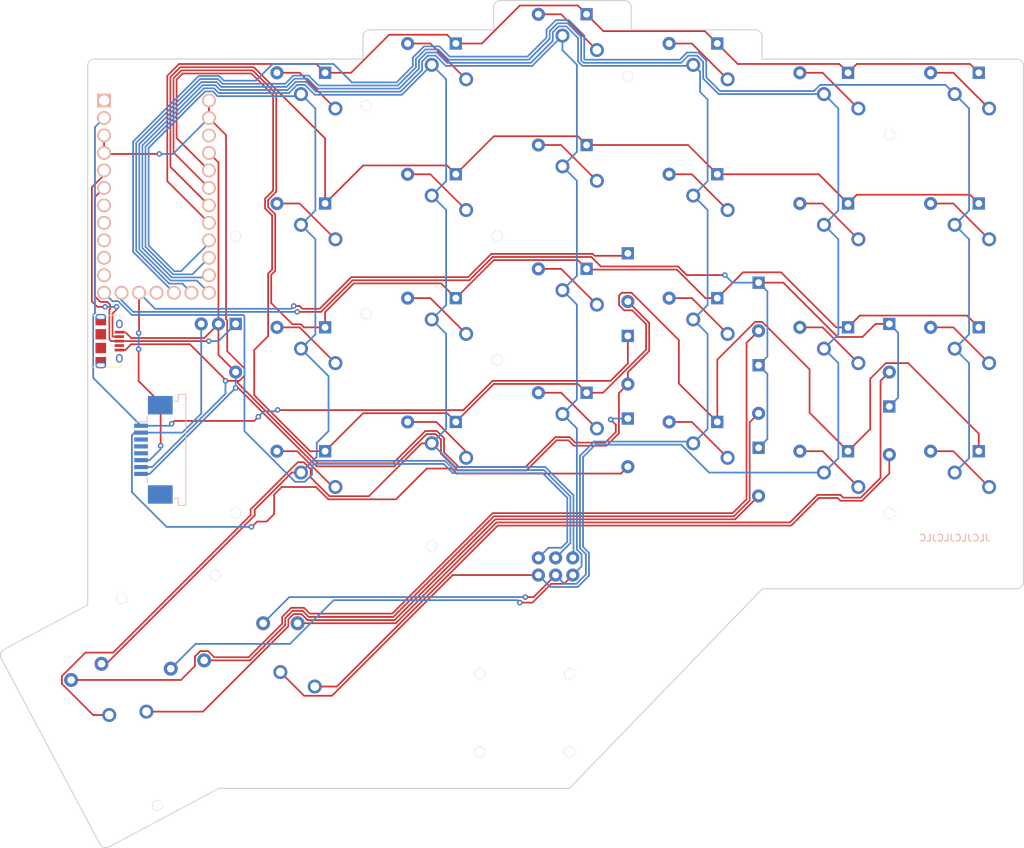
<source format=kicad_pcb>
(kicad_pcb (version 20211014) (generator pcbnew)
  (title_block (title "keyboard") (rev "v1.0.0") (company "Unknown"))
  (layers (0 "F.Cu" signal) (31 "B.Cu" signal) (34 "B.Paste" user) (35 "F.Paste" user) (36 "B.SilkS" user "B.Silkscreen") (37 "F.SilkS" user "F.Silkscreen") (38 "B.Mask" user) (39 "F.Mask" user) (44 "Edge.Cuts" user))
  (net 0 "")
  (net 1 "inner_bottom")
  (net 2 "B1")
  (net 3 "inner_home")
  (net 4 "inner_top")
  (net 5 "inner_nums")
  (net 6 "index_bottom")
  (net 7 "B3")
  (net 8 "index_home")
  (net 9 "index_top")
  (net 10 "index_nums")
  (net 11 "middle_bottom")
  (net 12 "B2")
  (net 13 "middle_home")
  (net 14 "middle_top")
  (net 15 "middle_nums")
  (net 16 "ring_bottom")
  (net 17 "B6")
  (net 18 "ring_home")
  (net 19 "ring_top")
  (net 20 "ring_nums")
  (net 21 "pinky_bottom")
  (net 22 "F0")
  (net 23 "pinky_home")
  (net 24 "pinky_top")
  (net 25 "pinky_nums")
  (net 26 "outer_bottom")
  (net 27 "F1")
  (net 28 "outer_home")
  (net 29 "outer_top")
  (net 30 "outer_nums")
  (net 31 "inner_thumb")
  (net 32 "far_thumb")
  (net 33 "F4")
  (net 34 "F5")
  (net 35 "F6")
  (net 36 "F7")
  (net 37 "B7")
  (net 38 "GND")
  (net 39 "RST")
  (net 40 "VCC")
  (net 41 "D3")
  (net 42 "D2")
  (net 43 "D1")
  (net 44 "D0")
  (net 45 "D4")
  (net 46 "C6")
  (net 47 "D7")
  (net 48 "E6")
  (net 49 "B4")
  (net 50 "B5")
  (net 51 "D5")
  (net 52 "C7")
  (net 53 "ml_diode")
  (net 54 "mm_diode")
  (net 55 "mr_diode")
  (net 56 "trackpoint_reset")
  (footprint "kailhgm" (layer "F.Cu") (at 133.5 172 14)
    (fp_text reference "M2" hide)
    (fp_text value "" hide)
  )
  (footprint "VIA-0.6mm" (layer "F.Cu") (at 235.5 150)
    (fp_text reference "")
    (fp_text value "")
  )
  (footprint "ComboDiode" (layer "F.Cu") (at 235.5 138 -90)
    (fp_text reference "D28" hide)
    (fp_text value "" hide)
  )
  (footprint "VIA-0.6mm" (layer "F.Cu") (at 129.125244 192.496528 28)
    (fp_text reference "")
    (fp_text value "")
  )
  (footprint "PG1350" (layer "F.Cu") (at 169 127.75)
    (fp_text reference "S6" hide)
    (fp_text value "" hide)
  )
  (footprint "ComboDiode" (layer "F.Cu") (at 207 81.75 180)
    (fp_text reference "D16" hide)
    (fp_text value "" hide)
  )
  (footprint "PG1350" (layer "F.Cu") (at 245 150)
    (fp_text reference "S21" hide)
    (fp_text value "" hide)
  )
  (footprint "PG1350" (layer "F.Cu") (at 150 150)
    (fp_text reference "S1" hide)
    (fp_text value "" hide)
  )
  (footprint "ComboDiode" (layer "F.Cu") (at 226 86 180)
    (fp_text reference "D20" hide)
    (fp_text value "" hide)
  )
  (footprint "ComboDiode" (layer "F.Cu") (at 140.5 126 -90)
    (fp_text reference "D36" hide)
    (fp_text value "" hide)
  )
  (footprint "ComboDiode" (layer "F.Cu") (at 226 141 180)
    (fp_text reference "D17" hide)
    (fp_text value "" hide)
  )
  (footprint "ComboDiode" (layer "F.Cu") (at 169 100.75 180)
    (fp_text reference "D7" hide)
    (fp_text value "" hide)
  )
  (footprint "fiveway" (layer "F.Cu") (at 187 159)
    (fp_text reference "D35" hide)
    (fp_text value "" hide)
  )
  (footprint "VIA-0.6mm" (layer "F.Cu") (at 140.5 150)
    (fp_text reference "")
    (fp_text value "")
  )
  (footprint "ComboDiode" (layer "F.Cu") (at 216.5 132 -90)
    (fp_text reference "D30" hide)
    (fp_text value "" hide)
  )
  (footprint "VIA-0.6mm" (layer "F.Cu") (at 189 184.7)
    (fp_text reference "")
    (fp_text value "")
  )
  (footprint "VIA-0.6mm" (layer "F.Cu") (at 159.5 121)
    (fp_text reference "")
    (fp_text value "")
  )
  (footprint "ComboDiode" (layer "F.Cu") (at 169 81.75 180)
    (fp_text reference "D8" hide)
    (fp_text value "" hide)
  )
  (footprint "PG1350" (layer "F.Cu") (at 245 132)
    (fp_text reference "S22" hide)
    (fp_text value "" hide)
  )
  (footprint "PG1350" (layer "F.Cu") (at 207 90.75)
    (fp_text reference "S16" hide)
    (fp_text value "" hide)
  )
  (footprint "ComboDiode" (layer "F.Cu") (at 207 100.75 180)
    (fp_text reference "D15" hide)
    (fp_text value "" hide)
  )
  (footprint "PG1350" (layer "F.Cu") (at 169 109.75)
    (fp_text reference "S7" hide)
    (fp_text value "" hide)
  )
  (footprint "ComboDiode" (layer "F.Cu") (at 197.5 127.75 -90)
    (fp_text reference "D33" hide)
    (fp_text value "" hide)
  )
  (footprint "VIA-0.6mm" (layer "F.Cu") (at 176 173.3)
    (fp_text reference "")
    (fp_text value "")
  )
  (footprint "PG1350" (layer "F.Cu") (at 188 105.5)
    (fp_text reference "S11" hide)
    (fp_text value "" hide)
  )
  (footprint "PG1350" (layer "F.Cu") (at 245 114)
    (fp_text reference "S23" hide)
    (fp_text value "" hide)
  )
  (footprint "PG1350" (layer "F.Cu") (at 226 132)
    (fp_text reference "S18" hide)
    (fp_text value "" hide)
  )
  (footprint "PG1350" (layer "F.Cu") (at 207 145.75)
    (fp_text reference "S13" hide)
    (fp_text value "" hide)
  )
  (footprint "ComboDiode" (layer "F.Cu") (at 245 141 180)
    (fp_text reference "D21" hide)
    (fp_text value "" hide)
  )
  (footprint "PG1350" (layer "F.Cu") (at 188 123.5)
    (fp_text reference "S10" hide)
    (fp_text value "" hide)
  )
  (footprint "ComboDiode" (layer "F.Cu") (at 245 123 180)
    (fp_text reference "D22" hide)
    (fp_text value "" hide)
  )
  (footprint "VIA-0.6mm" (layer "F.Cu") (at 178.5 127.75)
    (fp_text reference "")
    (fp_text value "")
  )
  (footprint "PG1350" (layer "F.Cu") (at 226 114)
    (fp_text reference "S19" hide)
    (fp_text value "" hide)
  )
  (footprint "ComboDiode" (layer "F.Cu") (at 188 77.5 180)
    (fp_text reference "D12" hide)
    (fp_text value "" hide)
  )
  (footprint "VIA-0.6mm" (layer "F.Cu") (at 189 173.3)
    (fp_text reference "")
    (fp_text value "")
  )
  (footprint "VIA-0.6mm" (layer "F.Cu") (at 140.5 109.75)
    (fp_text reference "")
    (fp_text value "")
  )
  (footprint "PG1350" (layer "F.Cu") (at 150 95)
    (fp_text reference "S4" hide)
    (fp_text value "" hide)
  )
  (footprint "PG1350" (layer "F.Cu") (at 226 95)
    (fp_text reference "S20" hide)
    (fp_text value "" hide)
  )
  (footprint "PG1350" (layer "F.Cu") (at 188 141.5)
    (fp_text reference "S9" hide)
    (fp_text value "" hide)
  )
  (footprint "ComboDiode" (layer "F.Cu") (at 226 105 180)
    (fp_text reference "D19" hide)
    (fp_text value "" hide)
  )
  (footprint "VIA-0.6mm" (layer "F.Cu") (at 137.5 159)
    (fp_text reference "")
    (fp_text value "")
  )
  (footprint "PG1350" (layer "F.Cu") (at 226 150)
    (fp_text reference "S17" hide)
    (fp_text value "" hide)
  )
  (footprint "VIA-0.6mm" (layer "F.Cu") (at 138 122.5)
    (fp_text reference "REF**" hide)
    (fp_text value "VIA-0.6mm" hide)
  )
  (footprint "PG1350" (layer "F.Cu") (at 245 95)
    (fp_text reference "S24" hide)
    (fp_text value "" hide)
  )
  (footprint "ComboDiode" (layer "F.Cu") (at 150 141 180)
    (fp_text reference "D1" hide)
    (fp_text value "" hide)
  )
  (footprint "kailhgm" (layer "F.Cu") (at 118.79687 173.071681 28)
    (fp_text reference "M3" hide)
    (fp_text value "" hide)
  )
  (footprint "PG1350" (layer "F.Cu") (at 147 179)
    (fp_text reference "S25" hide)
    (fp_text value "" hide)
  )
  (footprint "PG1350" (layer "F.Cu") (at 150 132)
    (fp_text reference "S2" hide)
    (fp_text value "" hide)
  )
  (footprint "VIA-0.6mm" (layer "F.Cu") (at 197.5 86.5)
    (fp_text reference "")
    (fp_text value "")
  )
  (footprint "VIA-0.6mm" (layer "F.Cu") (at 178.5 109.75)
    (fp_text reference "")
    (fp_text value "")
  )
  (footprint "PG1350" (layer "F.Cu") (at 150 114)
    (fp_text reference "S3" hide)
    (fp_text value "" hide)
  )
  (footprint "PG1350" (layer "F.Cu") (at 207 127.75)
    (fp_text reference "S14" hide)
    (fp_text value "" hide)
  )
  (footprint "ComboDiode" (layer "F.Cu") (at 188 96.5 180)
    (fp_text reference "D11" hide)
    (fp_text value "" hide)
  )
  (footprint "VIA-0.6mm" (layer "F.Cu") (at 159.5 90.75)
    (fp_text reference "")
    (fp_text value "")
  )
  (footprint "kailhgm" (layer "F.Cu") (at 147 166)
    (fp_text reference "M1" hide)
    (fp_text value "" hide)
  )
  (footprint "PG1350" (layer "F.Cu") (at 169 145.75)
    (fp_text reference "S5" hide)
    (fp_text value "" hide)
  )
  (footprint "PG1350" (layer "F.Cu") (at 124.9 184.55 28)
    (fp_text reference "S26" hide)
    (fp_text value "" hide)
  )
  (footprint "ComboDiode" (layer "F.Cu") (at 216.5 144 -90)
    (fp_text reference "D31" hide)
    (fp_text value "" hide)
  )
  (footprint "ComboDiode" (layer "F.Cu") (at 169 118.75 180)
    (fp_text reference "D6" hide)
    (fp_text value "" hide)
  )
  (footprint "ComboDiode" (layer "F.Cu") (at 188 132.5 180)
    (fp_text reference "D9" hide)
    (fp_text value "" hide)
  )
  (footprint "Elite-C-castellated-29pin-holes" (layer "F.Cu") (at 129 104 -90)
    (fp_text reference "")
    (fp_text value "")
  )
  (footprint "PG1350" (layer "F.Cu") (at 207 109.75)
    (fp_text reference "S15" hide)
    (fp_text value "" hide)
  )
  (footprint "Connector_USB:USB_Micro-B_Amphenol_10118194_Horizontal" (layer "F.Cu") (at 122.2 125 -90)
    (fp_text reference "")
    (fp_text value "USB_Micro-B_Amphenol_10118194_Horizontal")
  )
  (footprint "ComboDiode" (layer "F.Cu") (at 207 136.75 180)
    (fp_text reference "D13" hide)
    (fp_text value "" hide)
  )
  (footprint "ComboDiode" (layer "F.Cu") (at 150 86 180)
    (fp_text reference "D4" hide)
    (fp_text value "" hide)
  )
  (footprint "ComboDiode" (layer "F.Cu") (at 197.5 139.75 -90)
    (fp_text reference "D32" hide)
    (fp_text value "" hide)
  )
  (footprint "ComboDiode" (layer "F.Cu") (at 150 105 180)
    (fp_text reference "D3" hide)
    (fp_text value "" hide)
  )
  (footprint "VIA-0.6mm" (layer "F.Cu") (at 235.5 95)
    (fp_text reference "")
    (fp_text value "")
  )
  (footprint "VIA-0.6mm" (layer "F.Cu") (at 176 184.7)
    (fp_text reference "")
    (fp_text value "")
  )
  (footprint "ComboDiode" (layer "F.Cu") (at 245 86 180)
    (fp_text reference "D24" hide)
    (fp_text value "" hide)
  )
  (footprint "ComboDiode" (layer "F.Cu") (at 188 114.5 180)
    (fp_text reference "D10" hide)
    (fp_text value "" hide)
  )
  (footprint "ComboDiode" (layer "F.Cu") (at 235.5 126 -90)
    (fp_text reference "D27" hide)
    (fp_text value "" hide)
  )
  (footprint "ComboDiode" (layer "F.Cu") (at 216.5 120 -90)
    (fp_text reference "D29" hide)
    (fp_text value "" hide)
  )
  (footprint "VIA-0.6mm" (layer "F.Cu") (at 169 154.75)
    (fp_text reference "")
    (fp_text value "")
  )
  (footprint "ComboDiode" (layer "F.Cu") (at 245 105 180)
    (fp_text reference "D23" hide)
    (fp_text value "" hide)
  )
  (footprint "ComboDiode" (layer "F.Cu") (at 207 118.75 180)
    (fp_text reference "D14" hide)
    (fp_text value "" hide)
  )
  (footprint "ComboDiode" (layer "F.Cu") (at 226 123 180)
    (fp_text reference "D18" hide)
    (fp_text value "" hide)
  )
  (footprint "PG1350" (layer "F.Cu") (at 188 86.5)
    (fp_text reference "S12" hide)
    (fp_text value "" hide)
  )
  (footprint "ComboDiode" (layer "F.Cu") (at 150 123 180)
    (fp_text reference "D2" hide)
    (fp_text value "" hide)
  )
  (footprint "ComboDiode" (layer "F.Cu") (at 169 136.75 180)
    (fp_text reference "D5" hide)
    (fp_text value "" hide)
  )
  (footprint "PG1350" (layer "F.Cu") (at 169 90.75)
    (fp_text reference "S8" hide)
    (fp_text value "" hide)
  )
  (footprint "VIA-0.6mm" (layer "F.Cu") (at 123.898571 162.431068 28)
    (fp_text reference "")
    (fp_text value "")
  )
  (footprint "ComboDiode" (layer "F.Cu") (at 197.5 115.75 -90)
    (fp_text reference "D34" hide)
    (fp_text value "" hide)
  )
  (footprint "VIA-0.6mm" (layer "F.Cu") (at 135.5 122.5)
    (fp_text reference "REF**" hide)
    (fp_text value "VIA-0.6mm" hide)
  )
  (footprint "Connector_FFC-FPC:TE_84952-8_1x08-1MP_P1.0mm_Horizontal" (layer "B.Cu") (at 128.55 140.8 -90)
    (fp_text reference "")
    (fp_text value "TE_84952-8_1x08-1MP_P1.0mm_Horizontal")
  )
  (gr_arc (start 216 79.75) (mid 216.707107 80.042893) (end 217 80.75) (layer "Edge.Cuts") (width 0.15))
  (gr_line (start 138.074795 190) (end 189 190) (layer "Edge.Cuts") (width 0.15))
  (gr_line (start 119 163.336829) (end 106.859833 169.791871) (layer "Edge.Cuts") (width 0.15))
  (gr_arc (start 255 160) (mid 254.707107 160.707107) (end 254 161) (layer "Edge.Cuts") (width 0.15))
  (gr_arc (start 254 84) (mid 254.707107 84.292893) (end 255 85) (layer "Edge.Cuts") (width 0.15))
  (gr_arc (start 159 80.75) (mid 159.292893 80.042893) (end 160 79.75) (layer "Edge.Cuts") (width 0.15))
  (gr_line (start 160 79.75) (end 178 79.75) (layer "Edge.Cuts") (width 0.15))
  (gr_line (start 198 79.75) (end 198 76.5) (layer "Edge.Cuts") (width 0.15))
  (gr_line (start 106.446357 171.14429) (end 120.76524 198.074192) (layer "Edge.Cuts") (width 0.15))
  (gr_arc (start 138.074795 190) (mid 138.0431 190.019183) (end 138.010716 190.03718) (layer "Edge.Cuts") (width 0.15))
  (gr_line (start 198 79.75) (end 216 79.75) (layer "Edge.Cuts") (width 0.15))
  (gr_line (start 217 84) (end 254 84) (layer "Edge.Cuts") (width 0.15))
  (gr_line (start 197 75.5) (end 179 75.5) (layer "Edge.Cuts") (width 0.15))
  (gr_arc (start 178 76.5) (mid 178.292893 75.792893) (end 179 75.5) (layer "Edge.Cuts") (width 0.15))
  (gr_line (start 120 84) (end 159 84) (layer "Edge.Cuts") (width 0.15))
  (gr_line (start 217.033333 161) (end 254 161) (layer "Edge.Cuts") (width 0.15))
  (gr_line (start 122.117659 198.487668) (end 138.010716 190.03718) (layer "Edge.Cuts") (width 0.15))
  (gr_line (start 178 76.5) (end 178 79.75) (layer "Edge.Cuts") (width 0.15))
  (gr_line (start 217.033333 161) (end 189 190) (layer "Edge.Cuts") (width 0.15))
  (gr_arc (start 106.446358 171.14429) (mid 106.373 170.382447) (end 106.859833 169.791871) (layer "Edge.Cuts") (width 0.15))
  (gr_line (start 217 84) (end 217 80.75) (layer "Edge.Cuts") (width 0.15))
  (gr_arc (start 197 75.5) (mid 197.707107 75.792893) (end 198 76.5) (layer "Edge.Cuts") (width 0.15))
  (gr_arc (start 122.117659 198.487667) (mid 121.355816 198.561025) (end 120.76524 198.074192) (layer "Edge.Cuts") (width 0.15))
  (gr_line (start 255 160) (end 255 85) (layer "Edge.Cuts") (width 0.15))
  (gr_line (start 119 85) (end 119 163.336829) (layer "Edge.Cuts") (width 0.15))
  (gr_arc (start 119 85) (mid 119.292893 84.292893) (end 120 84) (layer "Edge.Cuts") (width 0.15))
  (gr_line (start 159 80.75) (end 159 84) (layer "Edge.Cuts") (width 0.15))
  (gr_text "JLCJLCJLCJLC" (at 245 153.6) (layer "B.SilkS") (effects (font (size 1 1)) (justify mirror)))
  (segment (start 149.431488 141) (end 154.631488 146.2) (width 0.25) (layer "F.Cu") (net 1))
  (segment (start 146.5 141) (end 149.431488 141) (width 0.25) (layer "F.Cu") (net 1))
  (segment (start 154.631488 146.2) (end 155 146.2) (width 0.25) (layer "F.Cu") (net 1))
  (segment (start 148.666992 144.1) (end 150 144.1) (width 0.25) (layer "F.Cu") (net 2))
  (segment (start 121.004239 171.898002) (end 121.701998 171.898002) (width 0.25) (layer "F.Cu") (net 2))
  (segment (start 121.701998 171.898002) (end 143.274579 150.325421) (width 0.25) (layer "F.Cu") (net 2))
  (segment (start 143.274579 149.492413) (end 148.666992 144.1) (width 0.25) (layer "F.Cu") (net 2))
  (segment (start 143.274579 150.325421) (end 143.274579 149.492413) (width 0.25) (layer "F.Cu") (net 2))
  (segment (start 150 89.1) (end 152.089021 91.189021) (width 0.25) (layer "B.Cu") (net 2))
  (segment (start 136.62 110.78) (end 136.62 110.35) (width 0.25) (layer "B.Cu") (net 2))
  (segment (start 150 108.1) (end 152.089021 110.189021) (width 0.25) (layer "B.Cu") (net 2))
  (segment (start 152.286489 139.786489) (end 152.286489 141.813511) (width 0.25) (layer "B.Cu") (net 2))
  (segment (start 127.8476 111.09901) (end 131.595999 114.847409) (width 0.25) (layer "B.Cu") (net 2))
  (segment (start 170.914283 142.4) (end 151.7 142.4) (width 0.25) (layer "B.Cu") (net 2))
  (segment (start 150 89.1) (end 149.7 89.4) (width 0.25) (layer "B.Cu") (net 2))
  (segment (start 172.254314 143.740031) (end 170.914283 142.4) (width 0.25) (layer "B.Cu") (net 2))
  (segment (start 151.7 142.4) (end 150 144.1) (width 0.25) (layer "B.Cu") (net 2))
  (segment (start 132.552591 114.847409) (end 136.62 110.78) (width 0.25) (layer "B.Cu") (net 2))
  (segment (start 137.168632 88.705489) (end 136.071368 88.705489) (width 0.25) (layer "B.Cu") (net 2))
  (segment (start 154 138.072978) (end 152.286489 139.786489) (width 0.25) (layer "B.Cu") (net 2))
  (segment (start 136.071368 88.705489) (end 127.8476 96.929257) (width 0.25) (layer "B.Cu") (net 2))
  (segment (start 152.089021 106.010979) (end 150 108.1) (width 0.25) (layer "B.Cu") (net 2))
  (segment (start 187 156.5) (end 189.15048 154.34952) (width 0.25) (layer "B.Cu") (net 2))
  (segment (start 149.7 89.4) (end 137.863143 89.4) (width 0.25) (layer "B.Cu") (net 2))
  (segment (start 137.863143 89.4) (end 137.168632 88.705489) (width 0.25) (layer "B.Cu") (net 2))
  (segment (start 185.304313 143.740031) (end 172.254314 143.740031) (width 0.25) (layer "B.Cu") (net 2))
  (segment (start 152.089021 110.189021) (end 152.089021 124.010979) (width 0.25) (layer "B.Cu") (net 2))
  (segment (start 154 130.1) (end 154 138.072978) (width 0.25) (layer "B.Cu") (net 2))
  (segment (start 152.089021 91.189021) (end 152.089021 106.010979) (width 0.25) (layer "B.Cu") (net 2))
  (segment (start 189.15048 154.34952) (end 189.15048 147.586198) (width 0.25) (layer "B.Cu") (net 2))
  (segment (start 127.8476 96.929257) (end 127.8476 111.09901) (width 0.25) (layer "B.Cu") (net 2))
  (segment (start 131.595999 114.847409) (end 132.552591 114.847409) (width 0.25) (layer "B.Cu") (net 2))
  (segment (start 152.286489 141.813511) (end 150 144.1) (width 0.25) (layer "B.Cu") (net 2))
  (segment (start 152.089021 124.010979) (end 150 126.1) (width 0.25) (layer "B.Cu") (net 2))
  (segment (start 189.15048 147.586198) (end 185.304313 143.740031) (width 0.25) (layer "B.Cu") (net 2))
  (segment (start 150 126.1) (end 154 130.1) (width 0.25) (layer "B.Cu") (net 2))
  (segment (start 146.5 123) (end 149.8 123) (width 0.25) (layer "F.Cu") (net 3))
  (segment (start 149.8 123) (end 155 128.2) (width 0.25) (layer "F.Cu") (net 3))
  (segment (start 146.5 105) (end 149.8 105) (width 0.25) (layer "F.Cu") (net 4))
  (segment (start 149.8 105) (end 155 110.2) (width 0.25) (layer "F.Cu") (net 4))
  (segment (start 146.5 86) (end 149.8 86) (width 0.25) (layer "F.Cu") (net 5))
  (segment (start 149.8 86) (end 155 91.2) (width 0.25) (layer "F.Cu") (net 5))
  (segment (start 165.5 136.75) (end 169.675 136.75) (width 0.25) (layer "F.Cu") (net 6))
  (segment (start 174 141.075) (end 174 141.95) (width 0.25) (layer "F.Cu") (net 6))
  (segment (start 169.675 136.75) (end 174 141.075) (width 0.25) (layer "F.Cu") (net 6))
  (segment (start 143.088382 149.042893) (end 149.531275 142.6) (width 0.25) (layer "F.Cu") (net 7))
  (segment (start 154.140511 147.540511) (end 159.859489 147.540511) (width 0.25) (layer "F.Cu") (net 7))
  (segment (start 142.682141 150.282141) (end 142.682141 149.449133) (width 0.25) (layer "F.Cu") (net 7))
  (segment (start 150.39577 142.6) (end 151.4 143.60423) (width 0.25) (layer "F.Cu") (net 7))
  (segment (start 151.4 143.60423) (end 151.4 144.8) (width 0.25) (layer "F.Cu") (net 7))
  (segment (start 142.682141 149.449133) (end 143.088382 149.042893) (width 0.25) (layer "F.Cu") (net 7))
  (segment (start 118.673454 170.265637) (end 122.698645 170.265637) (width 0.25) (layer "F.Cu") (net 7))
  (segment (start 115.24899 173.690101) (end 118.673454 170.265637) (width 0.25) (layer "F.Cu") (net 7))
  (segment (start 167.55 139.85) (end 169 139.85) (width 0.25) (layer "F.Cu") (net 7))
  (segment (start 122.698645 170.265637) (end 142.682141 150.282141) (width 0.25) (layer "F.Cu") (net 7))
  (segment (start 149.531275 142.6) (end 150.39577 142.6) (width 0.25) (layer "F.Cu") (net 7))
  (segment (start 122.130118 179.340609) (end 119.78898 179.340609) (width 0.25) (layer "F.Cu") (net 7))
  (segment (start 151.4 144.8) (end 154.140511 147.540511) (width 0.25) (layer "F.Cu") (net 7))
  (segment (start 159.859489 147.540511) (end 167.55 139.85) (width 0.25) (layer "F.Cu") (net 7))
  (segment (start 119.78898 179.340609) (end 115.24899 174.800619) (width 0.25) (layer "F.Cu") (net 7))
  (segment (start 115.24899 174.800619) (end 115.24899 173.690101) (width 0.25) (layer "F.Cu") (net 7))
  (segment (start 138.049341 88.95048) (end 137.354829 88.255969) (width 0.25) (layer "B.Cu") (net 7))
  (segment (start 171.089021 86.939021) (end 169 84.85) (width 0.25) (layer "B.Cu") (net 7))
  (segment (start 171.089021 105.939021) (end 169 103.85) (width 0.25) (layer "B.Cu") (net 7))
  (segment (start 189.6 147.4) (end 185.490511 143.290511) (width 0.25) (layer "B.Cu") (net 7))
  (segment (start 169 84.85) (end 164.65 89.2) (width 0.25) (layer "B.Cu") (net 7))
  (segment (start 127.39808 96.74306) (end 127.39808 111.285208) (width 0.25) (layer "B.Cu") (net 7))
  (segment (start 185.490511 143.290511) (end 172.440511 143.290511) (width 0.25) (layer "B.Cu") (net 7))
  (segment (start 164.65 89.2) (end 151.99577 89.2) (width 0.25) (layer "B.Cu") (net 7))
  (segment (start 171.089021 123.939021) (end 169 121.85) (width 0.25) (layer "B.Cu") (net 7))
  (segment (start 149.444741 87.759489) (end 148.25375 88.95048) (width 0.25) (layer "B.Cu") (net 7))
  (segment (start 127.39808 111.285208) (end 131.409801 115.296929) (width 0.25) (layer "B.Cu") (net 7))
  (segment (start 189.5 156.5) (end 189.6 156.4) (width 0.25) (layer "B.Cu") (net 7))
  (segment (start 189.6 156.4) (end 189.6 147.4) (width 0.25) (layer "B.Cu") (net 7))
  (segment (start 172.440511 143.290511) (end 169 139.85) (width 0.25) (layer "B.Cu") (net 7))
  (segment (start 171.089021 137.760979) (end 171.089021 123.939021) (width 0.25) (layer "B.Cu") (net 7))
  (segment (start 169 121.85) (end 171.089021 119.760979) (width 0.25) (layer "B.Cu") (net 7))
  (segment (start 131.409801 115.296929) (end 134.213071 115.296929) (width 0.25) (layer "B.Cu") (net 7))
  (segment (start 134.213071 115.296929) (end 136.62 112.89) (width 0.25) (layer "B.Cu") (net 7))
  (segment (start 169 103.85) (end 171.089021 101.760979) (width 0.25) (layer "B.Cu") (net 7))
  (segment (start 135.885171 88.255969) (end 127.39808 96.74306) (width 0.25) (layer "B.Cu") (net 7))
  (segment (start 171.089021 119.760979) (end 171.089021 105.939021) (width 0.25) (layer "B.Cu") (net 7))
  (segment (start 169 139.85) (end 171.089021 137.760979) (width 0.25) (layer "B.Cu") (net 7))
  (segment (start 148.25375 88.95048) (end 138.049341 88.95048) (width 0.25) (layer "B.Cu") (net 7))
  (segment (start 171.089021 101.760979) (end 171.089021 86.939021) (width 0.25) (layer "B.Cu") (net 7))
  (segment (start 150.555259 87.759489) (end 149.444741 87.759489) (width 0.25) (layer "B.Cu") (net 7))
  (segment (start 151.99577 89.2) (end 150.555259 87.759489) (width 0.25) (layer "B.Cu") (net 7))
  (segment (start 137.354829 88.255969) (end 135.885171 88.255969) (width 0.25) (layer "B.Cu") (net 7))
  (segment (start 168.8 118.75) (end 174 123.95) (width 0.25) (layer "F.Cu") (net 8))
  (segment (start 165.5 118.75) (end 168.8 118.75) (width 0.25) (layer "F.Cu") (net 8))
  (segment (start 168.8 100.75) (end 174 105.95) (width 0.25) (layer "F.Cu") (net 9))
  (segment (start 165.5 100.75) (end 168.8 100.75) (width 0.25) (layer "F.Cu") (net 9))
  (segment (start 165.5 81.75) (end 168.8 81.75) (width 0.25) (layer "F.Cu") (net 10))
  (segment (start 168.8 81.75) (end 174 86.95) (width 0.25) (layer "F.Cu") (net 10))
  (segment (start 187.8 132.5) (end 193 137.7) (width 0.25) (layer "F.Cu") (net 11))
  (segment (start 184.5 132.5) (end 187.8 132.5) (width 0.25) (layer "F.Cu") (net 11))
  (segment (start 181.8 163) (end 183.635717 163) (width 0.25) (layer "F.Cu") (net 12))
  (segment (start 183.635717 163) (end 186.358706 160.277011) (width 0.25) (layer "F.Cu") (net 12))
  (segment (start 188.222989 160.277011) (end 189.5 159) (width 0.25) (layer "F.Cu") (net 12))
  (segment (start 186.358706 160.277011) (end 188.222989 160.277011) (width 0.25) (layer "F.Cu") (net 12))
  (via (at 181.8 163) (size 0.8) (drill 0.4) (layers "F.Cu" "B.Cu") (net 12))
  (segment (start 183.6 85) (end 171.04577 85) (width 0.25) (layer "B.Cu") (net 12))
  (segment (start 181.8 163) (end 181.44952 162.64952) (width 0.25) (layer "B.Cu") (net 12))
  (segment (start 154.75048 162.64952) (end 148.4 169) (width 0.25) (layer "B.Cu") (net 12))
  (segment (start 136.303551 115.746449) (end 136.62 115.43) (width 0.25) (layer "B.Cu") (net 12))
  (segment (start 148.067552 88.50096) (end 138.235538 88.50096) (width 0.25) (layer "B.Cu") (net 12))
  (segment (start 189.5 159) (end 190.777011 157.722989) (width 0.25) (layer "B.Cu") (net 12))
  (segment (start 190.089021 133.510979) (end 188 135.6) (width 0.25) (layer "B.Cu") (net 12))
  (segment (start 168.444741 83.509489) (end 167.6 84.35423) (width 0.25) (layer "B.Cu") (net 12))
  (segment (start 190.777011 157.722989) (end 190.777011 155.971044) (width 0.25) (layer "B.Cu") (net 12))
  (segment (start 188 82.733008) (end 190.089021 84.822029) (width 0.25) (layer "B.Cu") (net 12))
  (segment (start 190.089023 154.910659) (end 190.089021 137.689021) (width 0.25) (layer "B.Cu") (net 12))
  (segment (start 190.089021 97.510979) (end 188 99.6) (width 0.25) (layer "B.Cu") (net 12))
  (segment (start 188 80.6) (end 183.6 85) (width 0.25) (layer "B.Cu") (net 12))
  (segment (start 148.4 169) (end 134.679066 169) (width 0.25) (layer "B.Cu") (net 12))
  (segment (start 134.679066 169) (end 131.074261 172.604805) (width 0.25) (layer "B.Cu") (net 12))
  (segment (start 135.698973 87.806449) (end 126.94856 96.556862) (width 0.25) (layer "B.Cu") (net 12))
  (segment (start 171.04577 85) (end 169.555259 83.509489) (width 0.25) (layer "B.Cu") (net 12))
  (segment (start 188 80.6) (end 188 82.733008) (width 0.25) (layer "B.Cu") (net 12))
  (segment (start 190.777011 155.971044) (end 190.089022 155.283054) (width 0.25) (layer "B.Cu") (net 12))
  (segment (start 181.44952 162.64952) (end 154.75048 162.64952) (width 0.25) (layer "B.Cu") (net 12))
  (segment (start 152.181967 88.75048) (end 150.741456 87.309969) (width 0.25) (layer "B.Cu") (net 12))
  (segment (start 190.089022 155.283054) (end 190.089023 154.910659) (width 0.25) (layer "B.Cu") (net 12))
  (segment (start 126.94856 111.471406) (end 131.223603 115.746449) (width 0.25) (layer "B.Cu") (net 12))
  (segment (start 190.089021 119.689021) (end 190.089021 133.510979) (width 0.25) (layer "B.Cu") (net 12))
  (segment (start 164.463802 88.75048) (end 152.181967 88.75048) (width 0.25) (layer "B.Cu") (net 12))
  (segment (start 126.94856 96.556862) (end 126.94856 111.471406) (width 0.25) (layer "B.Cu") (net 12))
  (segment (start 150.741456 87.309969) (end 149.258543 87.309969) (width 0.25) (layer "B.Cu") (net 12))
  (segment (start 167.6 84.35423) (end 167.6 85.614282) (width 0.25) (layer "B.Cu") (net 12))
  (segment (start 149.258543 87.309969) (end 148.067552 88.50096) (width 0.25) (layer "B.Cu") (net 12))
  (segment (start 188 117.6) (end 190.089021 119.689021) (width 0.25) (layer "B.Cu") (net 12))
  (segment (start 190.089021 101.689021) (end 190.089021 115.510979) (width 0.25) (layer "B.Cu") (net 12))
  (segment (start 138.235538 88.50096) (end 137.541026 87.806449) (width 0.25) (layer "B.Cu") (net 12))
  (segment (start 137.541026 87.806449) (end 135.698973 87.806449) (width 0.25) (layer "B.Cu") (net 12))
  (segment (start 190.089021 137.689021) (end 188 135.6) (width 0.25) (layer "B.Cu") (net 12))
  (segment (start 167.6 85.614282) (end 164.463802 88.75048) (width 0.25) (layer "B.Cu") (net 12))
  (segment (start 190.089021 84.822029) (end 190.089021 97.510979) (width 0.25) (layer "B.Cu") (net 12))
  (segment (start 169.555259 83.509489) (end 168.444741 83.509489) (width 0.25) (layer "B.Cu") (net 12))
  (segment (start 131.223603 115.746449) (end 136.303551 115.746449) (width 0.25) (layer "B.Cu") (net 12))
  (segment (start 190.089021 115.510979) (end 188 117.6) (width 0.25) (layer "B.Cu") (net 12))
  (segment (start 188 99.6) (end 190.089021 101.689021) (width 0.25) (layer "B.Cu") (net 12))
  (segment (start 187.8 114.5) (end 193 119.7) (width 0.25) (layer "F.Cu") (net 13))
  (segment (start 184.5 114.5) (end 187.8 114.5) (width 0.25) (layer "F.Cu") (net 13))
  (segment (start 187.8 96.5) (end 193 101.7) (width 0.25) (layer "F.Cu") (net 14))
  (segment (start 184.5 96.5) (end 187.8 96.5) (width 0.25) (layer "F.Cu") (net 14))
  (segment (start 184.5 77.5) (end 187.8 77.5) (width 0.25) (layer "F.Cu") (net 15))
  (segment (start 187.8 77.5) (end 193 82.7) (width 0.25) (layer "F.Cu") (net 15))
  (segment (start 203.5 136.75) (end 206.8 136.75) (width 0.25) (layer "F.Cu") (net 16))
  (segment (start 206.8 136.75) (end 212 141.95) (width 0.25) (layer "F.Cu") (net 16))
  (segment (start 183.8 162.2) (end 187 159) (width 0.25) (layer "F.Cu") (net 17))
  (segment (start 182.6 162.2) (end 183.8 162.2) (width 0.25) (layer "F.Cu") (net 17))
  (via (at 182.6 162.2) (size 0.8) (drill 0.4) (layers "F.Cu" "B.Cu") (net 17))
  (segment (start 187.444741 79.259489) (end 186.582141 80.122089) (width 0.25) (layer "B.Cu") (net 17))
  (segment (start 152.368165 88.30096) (end 150.927654 86.860449) (width 0.25) (layer "B.Cu") (net 17))
  (segment (start 169.741456 83.059969) (end 168.258544 83.059969) (width 0.25) (layer "B.Cu") (net 17))
  (segment (start 206.85 85) (end 190.90271 85) (width 0.25) (layer "B.Cu") (net 17))
  (segment (start 131.037405 116.195969) (end 134.845969 116.195969) (width 0.25) (layer "B.Cu") (net 17))
  (segment (start 144.5 166) (end 148.3 162.2) (width 0.25) (layer "B.Cu") (net 17))
  (segment (start 126.49904 96.370664) (end 126.49904 111.657604) (width 0.25) (layer "B.Cu") (net 17))
  (segment (start 209.089021 119.760979) (end 209.089021 105.939021) (width 0.25) (layer "B.Cu") (net 17))
  (segment (start 171.231968 84.55048) (end 169.741456 83.059969) (width 0.25) (layer "B.Cu") (net 17))
  (segment (start 207 103.85) (end 209.089021 101.760979) (width 0.25) (layer "B.Cu") (net 17))
  (segment (start 167.15048 84.168033) (end 167.15048 85.4) (width 0.25) (layer "B.Cu") (net 17))
  (segment (start 147.881354 88.05144) (end 138.421736 88.05144) (width 0.25) (layer "B.Cu") (net 17))
  (segment (start 167.15048 85.4) (end 164.24952 88.30096) (width 0.25) (layer "B.Cu") (net 17))
  (segment (start 150.927654 86.860449) (end 149.072345 86.860449) (width 0.25) (layer "B.Cu") (net 17))
  (segment (start 209.089021 89.884698) (end 208 88.795677) (width 0.25) (layer "B.Cu") (net 17))
  (segment (start 186.582141 81.382141) (end 183.413802 84.55048) (width 0.25) (layer "B.Cu") (net 17))
  (segment (start 148.3 162.2) (end 182.6 162.2) (width 0.25) (layer "B.Cu") (net 17))
  (segment (start 192.6 139.6) (end 206.75 139.6) (width 0.25) (layer "B.Cu") (net 17))
  (segment (start 190.538541 141.661459) (end 192.6 139.6) (width 0.25) (layer "B.Cu") (net 17))
  (segment (start 190.538542 155.096857) (end 190.538541 141.661459) (width 0.25) (layer "B.Cu") (net 17))
  (segment (start 191.4 155.958316) (end 190.538542 155.096857) (width 0.25) (layer "B.Cu") (net 17))
  (segment (start 137.727224 87.356929) (end 135.512775 87.356929) (width 0.25) (layer "B.Cu") (net 17))
  (segment (start 149.072345 86.860449) (end 147.881354 88.05144) (width 0.25) (layer "B.Cu") (net 17))
  (segment (start 186.582141 80.122089) (end 186.582141 81.382141) (width 0.25) (layer "B.Cu") (net 17))
  (segment (start 190.028956 160.277011) (end 191.4 158.905967) (width 0.25) (layer "B.Cu") (net 17))
  (segment (start 207 121.85) (end 209.089021 119.760979) (width 0.25) (layer "B.Cu") (net 17))
  (segment (start 183.413802 84.55048) (end 171.231968 84.55048) (width 0.25) (layer "B.Cu") (net 17))
  (segment (start 138.421736 88.05144) (end 137.727224 87.356929) (width 0.25) (layer "B.Cu") (net 17))
  (segment (start 188.277011 160.277011) (end 190.028956 160.277011) (width 0.25) (layer "B.Cu") (net 17))
  (segment (start 209.089021 137.760979) (end 209.089021 123.939021) (width 0.25) (layer "B.Cu") (net 17))
  (segment (start 164.24952 88.30096) (end 152.368165 88.30096) (width 0.25) (layer "B.Cu") (net 17))
  (segment (start 209.089021 101.760979) (end 209.089021 89.884698) (width 0.25) (layer "B.Cu") (net 17))
  (segment (start 126.49904 111.657604) (end 131.037405 116.195969) (width 0.25) (layer "B.Cu") (net 17))
  (segment (start 206.75 139.6) (end 207 139.85) (width 0.25) (layer "B.Cu") (net 17))
  (segment (start 209.089021 123.939021) (end 207 121.85) (width 0.25) (layer "B.Cu") (net 17))
  (segment (start 190.90271 85) (end 190.261992 84.359281) (width 0.25) (layer "B.Cu") (net 17))
  (segment (start 208 85.85) (end 207 84.85) (width 0.25) (layer "B.Cu") (net 17))
  (segment (start 168.258544 83.059969) (end 167.15048 84.168033) (width 0.25) (layer "B.Cu") (net 17))
  (segment (start 209.089021 105.939021) (end 207 103.85) (width 0.25) (layer "B.Cu") (net 17))
  (segment (start 190.261992 84.359281) (end 190.261992 80.966222) (width 0.25) (layer "B.Cu") (net 17))
  (segment (start 135.512775 87.356929) (end 126.49904 96.370664) (width 0.25) (layer "B.Cu") (net 17))
  (segment (start 191.4 158.905967) (end 191.4 155.958316) (width 0.25) (layer "B.Cu") (net 17))
  (segment (start 190.261992 80.966222) (end 188.555259 79.259489) (width 0.25) (layer "B.Cu") (net 17))
  (segment (start 208 88.795677) (end 208 85.85) (width 0.25) (layer "B.Cu") (net 17))
  (segment (start 207 84.85) (end 206.85 85) (width 0.25) (layer "B.Cu") (net 17))
  (segment (start 188.555259 79.259489) (end 187.444741 79.259489) (width 0.25) (layer "B.Cu") (net 17))
  (segment (start 134.845969 116.195969) (end 136.62 117.97) (width 0.25) (layer "B.Cu") (net 17))
  (segment (start 187 159) (end 188.277011 160.277011) (width 0.25) (layer "B.Cu") (net 17))
  (segment (start 207 139.85) (end 209.089021 137.760979) (width 0.25) (layer "B.Cu") (net 17))
  (segment (start 206.8 118.75) (end 212 123.95) (width 0.25) (layer "F.Cu") (net 18))
  (segment (start 203.5 118.75) (end 206.8 118.75) (width 0.25) (layer "F.Cu") (net 18))
  (segment (start 203.5 100.75) (end 206.8 100.75) (width 0.25) (layer "F.Cu") (net 19))
  (segment (start 206.8 100.75) (end 212 105.95) (width 0.25) (layer "F.Cu") (net 19))
  (segment (start 206.8 81.75) (end 212 86.95) (width 0.25) (layer "F.Cu") (net 20))
  (segment (start 203.5 81.75) (end 206.8 81.75) (width 0.25) (layer "F.Cu") (net 20))
  (segment (start 222.5 141) (end 225.8 141) (width 0.25) (layer "F.Cu") (net 21))
  (segment (start 225.8 141) (end 231 146.2) (width 0.25) (layer "F.Cu") (net 21))
  (segment (start 172.035717 159) (end 184.5 159) (width 0.25) (layer "F.Cu") (net 22))
  (segment (start 150.440511 176.540511) (end 154.495207 176.540511) (width 0.25) (layer "F.Cu") (net 22))
  (segment (start 147 173.1) (end 150.440511 176.540511) (width 0.25) (layer "F.Cu") (net 22))
  (segment (start 155.64952 175.386197) (end 172.035717 159) (width 0.25) (layer "F.Cu") (net 22))
  (segment (start 154.495207 176.540511) (end 155.64952 175.386197) (width 0.25) (layer "F.Cu") (net 22))
  (segment (start 132.755489 116.645489) (end 134.08 117.97) (width 0.25) (layer "B.Cu") (net 22))
  (segment (start 191.84952 155.772118) (end 190.988062 154.91066) (width 0.25) (layer "B.Cu") (net 22))
  (segment (start 187.258543 78.809969) (end 186.132621 79.935892) (width 0.25) (layer "B.Cu") (net 22))
  (segment (start 226 126.1) (end 228.089021 128.189021) (width 0.25) (layer "B.Cu") (net 22))
  (segment (start 206.290991 83.509489) (end 205.25 84.55048) (width 0.25) (layer "B.Cu") (net 22))
  (segment (start 208.44952 84.40375) (end 207.555259 83.509489) (width 0.25) (layer "B.Cu") (net 22))
  (segment (start 186.226531 160.726531) (end 190.215153 160.726531) (width 0.25) (layer "B.Cu") (net 22))
  (segment (start 186.132621 79.935892) (end 186.132621 81.067379) (width 0.25) (layer "B.Cu") (net 22))
  (segment (start 207.555259 83.509489) (end 206.290991 83.509489) (width 0.25) (layer "B.Cu") (net 22))
  (segment (start 186.132621 81.067379) (end 183.09904 84.10096) (width 0.25) (layer "B.Cu") (net 22))
  (segment (start 168.072346 82.610449) (end 166.70096 83.981836) (width 0.25) (layer "B.Cu") (net 22))
  (segment (start 148.622825 86.674252) (end 147.695157 87.60192) (width 0.25) (layer "B.Cu") (net 22))
  (segment (start 205.24952 140.04952) (end 209.3 144.1) (width 0.25) (layer "B.Cu") (net 22))
  (segment (start 191.088908 84.55048) (end 190.711512 84.173084) (width 0.25) (layer "B.Cu") (net 22))
  (segment (start 166.70096 83.981836) (end 166.70096 85.213802) (width 0.25) (layer "B.Cu") (net 22))
  (segment (start 205.25 84.55048) (end 191.088908 84.55048) (width 0.25) (layer "B.Cu") (net 22))
  (segment (start 152.554363 87.85144) (end 151.113851 86.410929) (width 0.25) (layer "B.Cu") (net 22))
  (segment (start 184.5 159) (end 186.226531 160.726531) (width 0.25) (layer "B.Cu") (net 22))
  (segment (start 137 86.90741) (end 135.326577 86.907409) (width 0.25) (layer "B.Cu") (net 22))
  (segment (start 147.695157 87.60192) (end 138.607932 87.60192) (width 0.25) (layer "B.Cu") (net 22))
  (segment (start 208.44952 86.84952) (end 208.44952 84.40375) (width 0.25) (layer "B.Cu") (net 22))
  (segment (start 169.927653 82.610449) (end 168.072346 82.610449) (width 0.25) (layer "B.Cu") (net 22))
  (segment (start 164.063322 87.85144) (end 152.554363 87.85144) (width 0.25) (layer "B.Cu") (net 22))
  (segment (start 183.09904 84.10096) (end 171.418166 84.10096) (width 0.25) (layer "B.Cu") (net 22))
  (segment (start 126.04952 111.843802) (end 130.851207 116.645489) (width 0.25) (layer "B.Cu") (net 22))
  (segment (start 190.988062 141.847656) (end 192.786198 140.04952) (width 0.25) (layer "B.Cu") (net 22))
  (segment (start 226 89.1) (end 228.089021 91.189021) (width 0.25) (layer "B.Cu") (net 22))
  (segment (start 191.84952 159.092164) (end 191.84952 155.772118) (width 0.25) (layer "B.Cu") (net 22))
  (segment (start 226 89.1) (end 210.7 89.1) (width 0.25) (layer "B.Cu") (net 22))
  (segment (start 192.786198 140.04952) (end 205.24952 140.04952) (width 0.25) (layer "B.Cu") (net 22))
  (segment (start 135.326577 86.907409) (end 126.04952 96.184466) (width 0.25) (layer "B.Cu") (net 22))
  (segment (start 209.3 144.1) (end 226 144.1) (width 0.25) (layer "B.Cu") (net 22))
  (segment (start 190.711512 84.173084) (end 190.711512 80.780026) (width 0.25) (layer "B.Cu") (net 22))
  (segment (start 228.089021 128.189021) (end 228.089021 142.010979) (width 0.25) (layer "B.Cu") (net 22))
  (segment (start 151.113851 86.410929) (end 148.886147 86.410929) (width 0.25) (layer "B.Cu") (net 22))
  (segment (start 138.607932 87.60192) (end 137.913421 86.907409) (width 0.25) (layer "B.Cu") (net 22))
  (segment (start 166.70096 85.213802) (end 164.063322 87.85144) (width 0.25) (layer "B.Cu") (net 22))
  (segment (start 228.089021 142.010979) (end 226 144.1) (width 0.25) (layer "B.Cu") (net 22))
  (segment (start 190.711512 80.780026) (end 188.741455 78.809969) (width 0.25) (layer "B.Cu") (net 22))
  (segment (start 137.913421 86.907409) (end 137 86.90741) (width 0.25) (layer "B.Cu") (net 22))
  (segment (start 190.988062 154.91066) (end 190.988062 141.847656) (width 0.25) (layer "B.Cu") (net 22))
  (segment (start 228.089021 106.010979) (end 226 108.1) (width 0.25) (layer "B.Cu") (net 22))
  (segment (start 228.089021 124.010979) (end 226 126.1) (width 0.25) (layer "B.Cu") (net 22))
  (segment (start 188.741455 78.809969) (end 187.258543 78.809969) (width 0.25) (layer "B.Cu") (net 22))
  (segment (start 171.418166 84.10096) (end 169.927653 82.610449) (width 0.25) (layer "B.Cu") (net 22))
  (segment (start 148.886147 86.410929) (end 148.622825 86.674252) (width 0.25) (layer "B.Cu") (net 22))
  (segment (start 228.089021 110.189021) (end 228.089021 124.010979) (width 0.25) (layer "B.Cu") (net 22))
  (segment (start 130.851207 116.645489) (end 132.755489 116.645489) (width 0.25) (layer "B.Cu") (net 22))
  (segment (start 190.215153 160.726531) (end 191.84952 159.092164) (width 0.25) (layer "B.Cu") (net 22))
  (segment (start 226 108.1) (end 228.089021 110.189021) (width 0.25) (layer "B.Cu") (net 22))
  (segment (start 228.089021 91.189021) (end 228.089021 106.010979) (width 0.25) (layer "B.Cu") (net 22))
  (segment (start 210.7 89.1) (end 208.44952 86.84952) (width 0.25) (layer "B.Cu") (net 22))
  (segment (start 126.04952 96.184466) (end 126.04952 111.843802) (width 0.25) (layer "B.Cu") (net 22))
  (segment (start 222.5 123) (end 225.8 123) (width 0.25) (layer "F.Cu") (net 23))
  (segment (start 225.8 123) (end 231 128.2) (width 0.25) (layer "F.Cu") (net 23))
  (segment (start 222.5 105) (end 225.8 105) (width 0.25) (layer "F.Cu") (net 24))
  (segment (start 225.8 105) (end 231 110.2) (width 0.25) (layer "F.Cu") (net 24))
  (segment (start 222.5 86) (end 225.8 86) (width 0.25) (layer "F.Cu") (net 25))
  (segment (start 225.8 86) (end 231 91.2) (width 0.25) (layer "F.Cu") (net 25))
  (segment (start 241.5 141) (end 244.8 141) (width 0.25) (layer "F.Cu") (net 26))
  (segment (start 244.8 141) (end 250 146.2) (width 0.25) (layer "F.Cu") (net 26))
  (segment (start 188.927652 78.360449) (end 187.039551 78.360449) (width 0.25) (layer "B.Cu") (net 27))
  (segment (start 191.161032 83.986886) (end 191.161032 80.593829) (width 0.25) (layer "B.Cu") (net 27))
  (segment (start 243.659489 87.759489) (end 225.444741 87.759489) (width 0.25) (layer "B.Cu") (net 27))
  (segment (start 245 89.1) (end 243.659489 87.759489) (width 0.25) (layer "B.Cu") (net 27))
  (segment (start 210.886198 88.65048) (end 208.89904 86.663322) (width 0.25) (layer "B.Cu") (net 27))
  (segment (start 143.4476 87.1524) (end 138.79413 87.1524) (width 0.25) (layer "B.Cu") (net 27))
  (segment (start 245 108.1) (end 247.089021 106.010979) (width 0.25) (layer "B.Cu") (net 27))
  (segment (start 170.11385 82.160929) (end 167.886148 82.16093) (width 0.25) (layer "B.Cu") (net 27))
  (segment (start 245 144.1) (end 247.089021 142.010979) (width 0.25) (layer "B.Cu") (net 27))
  (segment (start 185.683101 79.716899) (end 185.683101 80.881181) (width 0.25) (layer "B.Cu") (net 27))
  (segment (start 191.275106 84.10096) (end 191.161032 83.986886) (width 0.25) (layer "B.Cu") (net 27))
  (segment (start 191.161032 80.593829) (end 188.927652 78.360449) (width 0.25) (layer "B.Cu") (net 27))
  (segment (start 138.099619 86.457889) (end 135.14038 86.457889) (width 0.25) (layer "B.Cu") (net 27))
  (segment (start 207.741457 83.059969) (end 206.090991 83.059969) (width 0.25) (layer "B.Cu") (net 27))
  (segment (start 135.14038 86.457889) (end 125.6 95.998269) (width 0.25) (layer "B.Cu") (net 27))
  (segment (start 224.6 88.65048) (end 210.886198 88.65048) (width 0.25) (layer "B.Cu") (net 27))
  (segment (start 247.089021 91.189021) (end 245 89.1) (width 0.25) (layer "B.Cu") (net 27))
  (segment (start 125.6 95.998269) (end 125.6 112.03) (width 0.25) (layer "B.Cu") (net 27))
  (segment (start 247.089021 124.010979) (end 247.089021 110.189021) (width 0.25) (layer "B.Cu") (net 27))
  (segment (start 182.912842 83.65144) (end 171.604363 83.65144) (width 0.25) (layer "B.Cu") (net 27))
  (segment (start 206.090991 83.059969) (end 205.05 84.10096) (width 0.25) (layer "B.Cu") (net 27))
  (segment (start 208.89904 86.663322) (end 208.89904 84.217552) (width 0.25) (layer "B.Cu") (net 27))
  (segment (start 157.40192 87.40192) (end 154.722989 84.722989) (width 0.25) (layer "B.Cu") (net 27))
  (segment (start 185.683101 80.881181) (end 182.912842 83.65144) (width 0.25) (layer "B.Cu") (net 27))
  (segment (start 247.089021 128.189021) (end 245 126.1) (width 0.25) (layer "B.Cu") (net 27))
  (segment (start 154.722989 84.722989) (end 145.877011 84.722989) (width 0.25) (layer "B.Cu") (net 27))
  (segment (start 125.6 112.03) (end 131.54 117.97) (width 0.25) (layer "B.Cu") (net 27))
  (segment (start 171.604363 83.65144) (end 170.11385 82.160929) (width 0.25) (layer "B.Cu") (net 27))
  (segment (start 166.25144 85.027604) (end 163.877124 87.40192) (width 0.25) (layer "B.Cu") (net 27))
  (segment (start 224.6 88.60423) (end 224.6 88.65048) (width 0.25) (layer "B.Cu") (net 27))
  (segment (start 145.877011 84.722989) (end 143.4476 87.1524) (width 0.25) (layer "B.Cu") (net 27))
  (segment (start 138.79413 87.1524) (end 138.099619 86.457889) (width 0.25) (layer "B.Cu") (net 27))
  (segment (start 247.089021 142.010979) (end 247.089021 128.189021) (width 0.25) (layer "B.Cu") (net 27))
  (segment (start 208.89904 84.217552) (end 207.741457 83.059969) (width 0.25) (layer "B.Cu") (net 27))
  (segment (start 247.089021 106.010979) (end 247.089021 91.189021) (width 0.25) (layer "B.Cu") (net 27))
  (segment (start 163.877124 87.40192) (end 157.40192 87.40192) (width 0.25) (layer "B.Cu") (net 27))
  (segment (start 245 126.1) (end 247.089021 124.010979) (width 0.25) (layer "B.Cu") (net 27))
  (segment (start 166.25144 83.795639) (end 166.25144 85.027604) (width 0.25) (layer "B.Cu") (net 27))
  (segment (start 247.089021 110.189021) (end 245 108.1) (width 0.25) (layer "B.Cu") (net 27))
  (segment (start 205.05 84.10096) (end 191.275106 84.10096) (width 0.25) (layer "B.Cu") (net 27))
  (segment (start 187.039551 78.360449) (end 185.683101 79.716899) (width 0.25) (layer "B.Cu") (net 27))
  (segment (start 225.444741 87.759489) (end 224.6 88.60423) (width 0.25) (layer "B.Cu") (net 27))
  (segment (start 167.886148 82.16093) (end 166.25144 83.795639) (width 0.25) (layer "B.Cu") (net 27))
  (segment (start 241.5 123) (end 244.8 123) (width 0.25) (layer "F.Cu") (net 28))
  (segment (start 244.8 123) (end 250 128.2) (width 0.25) (layer "F.Cu") (net 28))
  (segment (start 244.8 105) (end 250 110.2) (width 0.25) (layer "F.Cu") (net 29))
  (segment (start 241.5 105) (end 244.8 105) (width 0.25) (layer "F.Cu") (net 29))
  (segment (start 244.8 86) (end 250 91.2) (width 0.25) (layer "F.Cu") (net 30))
  (segment (start 241.5 86) (end 244.8 86) (width 0.25) (layer "F.Cu") (net 30))
  (segment (start 228 147.8) (end 228.4 148.2) (width 0.25) (layer "F.Cu") (net 31))
  (segment (start 178.6 151.8) (end 221.245676 151.8) (width 0.25) (layer "F.Cu") (net 31))
  (segment (start 225.245677 147.8) (end 228 147.8) (width 0.25) (layer "F.Cu") (net 31))
  (segment (start 152 175.2) (end 155.2 175.2) (width 0.25) (layer "F.Cu") (net 31))
  (segment (start 155.2 175.2) (end 178.6 151.8) (width 0.25) (layer "F.Cu") (net 31))
  (segment (start 221.245676 151.8) (end 225.245677 147.8) (width 0.25) (layer "F.Cu") (net 31))
  (segment (start 235.5 144.231488) (end 235.5 141.5) (width 0.25) (layer "F.Cu") (net 31))
  (segment (start 231.531488 148.2) (end 235.5 144.231488) (width 0.25) (layer "F.Cu") (net 31))
  (segment (start 228.4 148.2) (end 231.531488 148.2) (width 0.25) (layer "F.Cu") (net 31))
  (segment (start 127.530746 178.847441) (end 135.752559 178.847441) (width 0.25) (layer "F.Cu") (net 32))
  (segment (start 150.055259 164.659489) (end 150.94625 165.55048) (width 0.25) (layer "F.Cu") (net 32))
  (segment (start 148.159489 166.440511) (end 148.159489 165.444741) (width 0.25) (layer "F.Cu") (net 32))
  (segment (start 163.578084 165.55048) (end 178.227606 150.90096) (width 0.25) (layer "F.Cu") (net 32))
  (segment (start 148.944741 164.659489) (end 150.055259 164.659489) (width 0.25) (layer "F.Cu") (net 32))
  (segment (start 150.94625 165.55048) (end 163.578084 165.55048) (width 0.25) (layer "F.Cu") (net 32))
  (segment (start 135.752559 178.847441) (end 148.159489 166.440511) (width 0.25) (layer "F.Cu") (net 32))
  (segment (start 213.09904 150.90096) (end 216.5 147.5) (width 0.25) (layer "F.Cu") (net 32))
  (segment (start 148.159489 165.444741) (end 148.944741 164.659489) (width 0.25) (layer "F.Cu") (net 32))
  (segment (start 178.227606 150.90096) (end 213.09904 150.90096) (width 0.25) (layer "F.Cu") (net 32))
  (segment (start 217.005967 122.2) (end 223.910979 129.105012) (width 0.25) (layer "F.Cu") (net 33))
  (segment (start 232.725421 130.468612) (end 234.994033 128.2) (width 0.25) (layer "F.Cu") (net 33))
  (segment (start 145.8 106.741685) (end 144.773469 105.715153) (width 0.25) (layer "F.Cu") (net 33))
  (segment (start 234.994033 128.2) (end 238.245677 128.2) (width 0.25) (layer "F.Cu") (net 33))
  (segment (start 159.027011 135.472989) (end 171.222989 135.472989) (width 0.25) (layer "F.Cu") (net 33))
  (segment (start 151.338642 141) (end 143.400982 133.06234) (width 0.25) (layer "F.Cu") (net 33))
  (segment (start 142.781927 86.09904) (end 132.808114 86.09904) (width 0.25) (layer "F.Cu") (net 33))
  (segment (start 210.5 136.75) (end 210.5 127.694033) (width 0.25) (layer "F.Cu") (net 33))
  (segment (start 223.910979 135.410979) (end 229.5 141) (width 0.25) (layer "F.Cu") (net 33))
  (segment (start 144.773469 104.284846) (end 145.95048 103.107835) (width 0.25) (layer "F.Cu") (net 33))
  (segment (start 200.15048 126.24952) (end 200.15048 122.536198) (width 0.25) (layer "F.Cu") (net 33))
  (segment (start 196.622781 117.972989) (end 198.028956 117.972989) (width 0.25) (layer "F.Cu") (net 33))
  (segment (start 232.725421 137.774579) (end 232.725421 130.468612) (width 0.25) (layer "F.Cu") (net 33))
  (segment (start 190.222989 131.222989) (end 191.5 132.5) (width 0.25) (layer "F.Cu") (net 33))
  (segment (start 145.95048 89.267593) (end 142.781927 86.09904) (width 0.25) (layer "F.Cu") (net 33))
  (segment (start 229.5 141) (end 232.725421 137.774579) (width 0.25) (layer "F.Cu") (net 33))
  (segment (start 145.8 114.6) (end 145.8 106.741685) (width 0.25) (layer "F.Cu") (net 33))
  (segment (start 153.5 141) (end 159.027011 135.472989) (width 0.25) (layer "F.Cu") (net 33))
  (segment (start 178.027011 131.222989) (end 190.222989 131.222989) (width 0.25) (layer "F.Cu") (net 33))
  (segment (start 153.5 141) (end 151.338642 141) (width 0.25) (layer "F.Cu") (net 33))
  (segment (start 143.400982 133.040651) (end 143.2 132.839669) (width 0.25) (layer "F.Cu") (net 33))
  (segment (start 196.222989 118.372781) (end 196.622781 117.972989) (width 0.25) (layer "F.Cu") (net 33))
  (segment (start 210.5 127.694033) (end 215.994033 122.2) (width 0.25) (layer "F.Cu") (net 33))
  (segment (start 191.5 132.5) (end 193.9 132.5) (width 0.25) (layer "F.Cu") (net 33))
  (segment (start 193.9 132.5) (end 200.15048 126.24952) (width 0.25) (layer "F.Cu") (net 33))
  (segment (start 143.2 132.839669) (end 143.2 126.291655) (width 0.25) (layer "F.Cu") (net 33))
  (segment (start 143.2 126.291655) (end 145.222989 124.268666) (width 0.25) (layer "F.Cu") (net 33))
  (segment (start 223.910979 129.105012) (end 223.910979 135.410979) (width 0.25) (layer "F.Cu") (net 33))
  (segment (start 145.222989 115.177011) (end 145.8 114.6) (width 0.25) (layer "F.Cu") (net 33))
  (segment (start 171.222989 135.472989) (end 172.5 136.75) (width 0.25) (layer "F.Cu") (net 33))
  (segment (start 200.15048 122.536198) (end 198.141293 120.527011) (width 0.25) (layer "F.Cu") (net 33))
  (segment (start 144.773469 105.715153) (end 144.773469 104.284846) (width 0.25) (layer "F.Cu") (net 33))
  (segment (start 131.916899 86.990255) (end 131.916899 95.486899) (width 0.25) (layer "F.Cu") (net 33))
  (segment (start 143.400982 133.06234) (end 143.400982 133.040651) (width 0.25) (layer "F.Cu") (net 33))
  (segment (start 198.028956 117.972989) (end 204.910979 124.855012) (width 0.25) (layer "F.Cu") (net 33))
  (segment (start 204.910979 131.160979) (end 210.5 136.75) (width 0.25) (layer "F.Cu") (net 33))
  (segment (start 238.245677 128.2) (end 248.5 138.454323) (width 0.25) (layer "F.Cu") (net 33))
  (segment (start 196.222989 119.778956) (end 196.222989 118.372781) (width 0.25) (layer "F.Cu") (net 33))
  (segment (start 215.994033 122.2) (end 217.005967 122.2) (width 0.25) (layer "F.Cu") (net 33))
  (segment (start 196.971044 120.527011) (end 196.222989 119.778956) (width 0.25) (layer "F.Cu") (net 33))
  (segment (start 198.141293 120.527011) (end 196.971044 120.527011) (width 0.25) (layer "F.Cu") (net 33))
  (segment (start 248.5 138.454323) (end 248.5 141) (width 0.25) (layer "F.Cu") (net 33))
  (segment (start 131.916899 95.486899) (end 136.62 100.19) (width 0.25) (layer "F.Cu") (net 33))
  (segment (start 204.910979 124.855012) (end 204.910979 131.160979) (width 0.25) (layer "F.Cu") (net 33))
  (segment (start 145.222989 124.268666) (end 145.222989 115.177011) (width 0.25) (layer "F.Cu") (net 33))
  (segment (start 132.808114 86.09904) (end 131.916899 86.990255) (width 0.25) (layer "F.Cu") (net 33))
  (segment (start 145.95048 103.107835) (end 145.95048 89.267593) (width 0.25) (layer "F.Cu") (net 33))
  (segment (start 172.5 136.75) (end 178.027011 131.222989) (width 0.25) (layer "F.Cu") (net 33))
  (segment (start 149.986198 122.55048) (end 148.75048 122.55048) (width 0.25) (layer "F.Cu") (net 34))
  (segment (start 132.621916 85.64952) (end 131.467379 86.804057) (width 0.25) (layer "F.Cu") (net 34))
  (segment (start 145.672509 115.363209) (end 146.24952 114.786197) (width 0.25) (layer "F.Cu") (net 34))
  (segment (start 150.435718 123) (end 149.986198 122.55048) (width 0.25) (layer "F.Cu") (net 34))
  (segment (start 208.766992 118.75) (end 204.616992 114.6) (width 0.25) (layer "F.Cu") (net 34))
  (segment (start 145.672509 119.472509) (end 145.672509 115.363209) (width 0.25) (layer "F.Cu") (net 34))
  (segment (start 146.4 89.081395) (end 142.968125 85.64952) (width 0.25) (layer "F.Cu") (net 34))
  (segment (start 248.5 123) (end 246.786489 121.286489) (width 0.25) (layer "F.Cu") (net 34))
  (segment (start 146.4 103.294033) (end 146.4 89.081395) (width 0.25) (layer "F.Cu") (net 34))
  (segment (start 210.5 118.75) (end 208.766992 118.75) (width 0.25) (layer "F.Cu") (net 34))
  (segment (start 178.027011 113.222989) (end 172.5 118.75) (width 0.25) (layer "F.Cu") (net 34))
  (segment (start 246.786489 121.286489) (end 231.213511 121.286489) (width 0.25) (layer "F.Cu") (net 34))
  (segment (start 157.679729 116.605479) (end 153.5 120.785208) (width 0.25) (layer "F.Cu") (net 34))
  (segment (start 146.24952 114.786197) (end 146.24952 106.555487) (width 0.25) (layer "F.Cu") (net 34))
  (segment (start 153.5 120.785208) (end 153.5 123) (width 0.25) (layer "F.Cu") (net 34))
  (segment (start 214.25 115) (end 210.5 118.75) (width 0.25) (layer "F.Cu") (net 34))
  (segment (start 231.213511 121.286489) (end 229.5 123) (width 0.25) (layer "F.Cu") (net 34))
  (segment (start 145.222989 105.528956) (end 145.222989 104.471044) (width 0.25) (layer "F.Cu") (net 34))
  (segment (start 204.616992 114.6) (end 191.6 114.6) (width 0.25) (layer "F.Cu") (net 34))
  (segment (start 131.467379 97.577379) (end 136.62 102.73) (width 0.25) (layer "F.Cu") (net 34))
  (segment (start 229.5 123) (end 227.766992 123) (width 0.25) (layer "F.Cu") (net 34))
  (segment (start 145.222989 104.471044) (end 146.4 103.294033) (width 0.25) (layer "F.Cu") (net 34))
  (segment (start 219.766992 115) (end 214.25 115) (width 0.25) (layer "F.Cu") (net 34))
  (segment (start 191.5 114.5) (end 190.222989 113.222989) (width 0.25) (layer "F.Cu") (net 34))
  (segment (start 153.5 123) (end 150.435718 123) (width 0.25) (layer "F.Cu") (net 34))
  (segment (start 146.24952 106.555487) (end 145.222989 105.528956) (width 0.25) (layer "F.Cu") (net 34))
  (segment (start 131.467379 86.804057) (end 131.467379 97.577379) (width 0.25) (layer "F.Cu") (net 34))
  (segment (start 190.222989 113.222989) (end 178.027011 113.222989) (width 0.25) (layer "F.Cu") (net 34))
  (segment (start 148.75048 122.55048) (end 145.672509 119.472509) (width 0.25) (layer "F.Cu") (net 34))
  (segment (start 170.355479 116.605479) (end 157.679729 116.605479) (width 0.25) (layer "F.Cu") (net 34))
  (segment (start 142.968125 85.64952) (end 132.621916 85.64952) (width 0.25) (layer "F.Cu") (net 34))
  (segment (start 191.6 114.6) (end 191.5 114.5) (width 0.25) (layer "F.Cu") (net 34))
  (segment (start 227.766992 123) (end 219.766992 115) (width 0.25) (layer "F.Cu") (net 34))
  (segment (start 172.5 118.75) (end 170.355479 116.605479) (width 0.25) (layer "F.Cu") (net 34))
  (segment (start 153.5 95.545677) (end 143.154323 85.2) (width 0.25) (layer "F.Cu") (net 35))
  (segment (start 230.777011 103.722989) (end 247.222989 103.722989) (width 0.25) (layer "F.Cu") (net 35))
  (segment (start 153.5 105) (end 153.5 95.545677) (width 0.25) (layer "F.Cu") (net 35))
  (segment (start 159.027011 99.472989) (end 171.222989 99.472989) (width 0.25) (layer "F.Cu") (net 35))
  (segment (start 206.25 96.5) (end 210.5 100.75) (width 0.25) (layer "F.Cu") (net 35))
  (segment (start 131.017859 99.667859) (end 136.62 105.27) (width 0.25) (layer "F.Cu") (net 35))
  (segment (start 178.027011 95.222989) (end 190.222989 95.222989) (width 0.25) (layer "F.Cu") (net 35))
  (segment (start 153.5 105) (end 159.027011 99.472989) (width 0.25) (layer "F.Cu") (net 35))
  (segment (start 171.222989 99.472989) (end 172.5 100.75) (width 0.25) (layer "F.Cu") (net 35))
  (segment (start 191.5 96.5) (end 206.25 96.5) (width 0.25) (layer "F.Cu") (net 35))
  (segment (start 247.222989 103.722989) (end 248.5 105) (width 0.25) (layer "F.Cu") (net 35))
  (segment (start 172.5 100.75) (end 178.027011 95.222989) (width 0.25) (layer "F.Cu") (net 35))
  (segment (start 131.017859 86.617859) (end 131.017859 99.667859) (width 0.25) (layer "F.Cu") (net 35))
  (segment (start 143.154323 85.2) (end 132.435718 85.2) (width 0.25) (layer "F.Cu") (net 35))
  (segment (start 229.5 105) (end 230.777011 103.722989) (width 0.25) (layer "F.Cu") (net 35))
  (segment (start 132.435718 85.2) (end 131.017859 86.617859) (width 0.25) (layer "F.Cu") (net 35))
  (segment (start 190.222989 95.222989) (end 191.5 96.5) (width 0.25) (layer "F.Cu") (net 35))
  (segment (start 225.25 100.75) (end 229.5 105) (width 0.25) (layer "F.Cu") (net 35))
  (segment (start 210.5 100.75) (end 225.25 100.75) (width 0.25) (layer "F.Cu") (net 35))
  (segment (start 247.222989 84.722989) (end 230.777011 84.722989) (width 0.25) (layer "F.Cu") (net 36))
  (segment (start 132.277011 84.722989) (end 130.568339 86.431662) (width 0.25) (layer "F.Cu") (net 36))
  (segment (start 213.472989 84.722989) (end 210.5 81.75) (width 0.25) (layer "F.Cu") (net 36))
  (segment (start 130.568339 101.758339) (end 136.62 107.81) (width 0.25) (layer "F.Cu") (net 36))
  (segment (start 152.222989 84.722989) (end 132.277011 84.722989) (width 0.25) (layer "F.Cu") (net 36))
  (segment (start 162.809174 80.472989) (end 157.282163 86) (width 0.25) (layer "F.Cu") (net 36))
  (segment (start 208.69952 79.94952) (end 193.94952 79.94952) (width 0.25) (layer "F.Cu") (net 36))
  (segment (start 228.222989 84.722989) (end 213.472989 84.722989) (width 0.25) (layer "F.Cu") (net 36))
  (segment (start 181.809174 76.222989) (end 176.282163 81.75) (width 0.25) (layer "F.Cu") (net 36))
  (segment (start 229.5 86) (end 228.222989 84.722989) (width 0.25) (layer "F.Cu") (net 36))
  (segment (start 230.777011 84.722989) (end 229.5 86) (width 0.25) (layer "F.Cu") (net 36))
  (segment (start 193.94952 79.94952) (end 191.5 77.5) (width 0.25) (layer "F.Cu") (net 36))
  (segment (start 171.222989 80.472989) (end 162.809174 80.472989) (width 0.25) (layer "F.Cu") (net 36))
  (segment (start 172.5 81.75) (end 171.222989 80.472989) (width 0.25) (layer "F.Cu") (net 36))
  (segment (start 157.282163 86) (end 153.5 86) (width 0.25) (layer "F.Cu") (net 36))
  (segment (start 153.5 86) (end 152.222989 84.722989) (width 0.25) (layer "F.Cu") (net 36))
  (segment (start 248.5 86) (end 247.222989 84.722989) (width 0.25) (layer "F.Cu") (net 36))
  (segment (start 191.5 77.5) (end 190.222989 76.222989) (width 0.25) (layer "F.Cu") (net 36))
  (segment (start 130.568339 86.431662) (end 130.568339 101.758339) (width 0.25) (layer "F.Cu") (net 36))
  (segment (start 210.5 81.75) (end 208.69952 79.94952) (width 0.25) (layer "F.Cu") (net 36))
  (segment (start 190.222989 76.222989) (end 181.809174 76.222989) (width 0.25) (layer "F.Cu") (net 36))
  (segment (start 176.282163 81.75) (end 172.5 81.75) (width 0.25) (layer "F.Cu") (net 36))
  (segment (start 157.493532 116.155959) (end 174.458323 116.155959) (width 0.25) (layer "F.Cu") (net 37))
  (segment (start 216.5 116.5) (end 220.085252 116.5) (width 0.25) (layer "F.Cu") (net 37))
  (segment (start 204.926355 114.273646) (end 206.052709 115.4) (width 0.25) (layer "F.Cu") (net 37))
  (segment (start 233.5 122.5) (end 235.5 122.5) (width 0.25) (layer "F.Cu") (net 37))
  (segment (start 231.6 124.4) (end 233.5 122.5) (width 0.25) (layer "F.Cu") (net 37))
  (segment (start 192.200491 112.773469) (end 193.577502 114.15048) (width 0.25) (layer "F.Cu") (net 37))
  (segment (start 152.899011 120.75048) (end 154.924745 118.724745) (width 0.25) (layer "F.Cu") (net 37))
  (segment (start 174.458323 116.155959) (end 177.840814 112.773469) (width 0.25) (layer "F.Cu") (net 37))
  (segment (start 227.985252 124.4) (end 231.6 124.4) (width 0.25) (layer "F.Cu") (net 37))
  (segment (start 204.803189 114.15048) (end 204.926355 114.273646) (width 0.25) (layer "F.Cu") (net 37))
  (segment (start 206.2 115.4) (end 211.6 115.4) (width 0.25) (layer "F.Cu") (net 37))
  (segment (start 154.924745 118.724745) (end 157.493532 116.155959) (width 0.25) (layer "F.Cu") (net 37))
  (segment (start 220.085252 116.5) (end 227.985252 124.4) (width 0.25) (layer "F.Cu") (net 37))
  (segment (start 177.840814 112.773469) (end 192.200491 112.773469) (width 0.25) (layer "F.Cu") (net 37))
  (segment (start 206.052709 115.4) (end 206.2 115.4) (width 0.25) (layer "F.Cu") (net 37))
  (segment (start 149.44952 120.75048) (end 152.899011 120.75048) (width 0.25) (layer "F.Cu") (net 37))
  (segment (start 193.577502 114.15048) (end 204.803189 114.15048) (width 0.25) (layer "F.Cu") (net 37))
  (via (at 211.6 115.4) (size 0.8) (drill 0.4) (layers "F.Cu" "B.Cu") (net 37))
  (via (at 149.44952 120.75048) (size 0.8) (drill 0.4) (layers "F.Cu" "B.Cu") (net 37))
  (segment (start 236.777011 123.777011) (end 235.5 122.5) (width 0.25) (layer "B.Cu") (net 37))
  (segment (start 236.777011 133.222989) (end 236.777011 123.777011) (width 0.25) (layer "B.Cu") (net 37))
  (segment (start 125.610812 120.75048) (end 149.44952 120.75048) (width 0.25) (layer "B.Cu") (net 37))
  (segment (start 217.777011 129.777011) (end 216.5 128.5) (width 0.25) (layer "B.Cu") (net 37))
  (segment (start 216.5 140.5) (end 217.777011 139.222989) (width 0.25) (layer "B.Cu") (net 37))
  (segment (start 217.777011 117.777011) (end 216.5 116.5) (width 0.25) (layer "B.Cu") (net 37))
  (segment (start 212.7 116.5) (end 216.5 116.5) (width 0.25) (layer "B.Cu") (net 37))
  (segment (start 211.6 115.4) (end 212.7 116.5) (width 0.25) (layer "B.Cu") (net 37))
  (segment (start 217.777011 139.222989) (end 217.777011 129.777011) (width 0.25) (layer "B.Cu") (net 37))
  (segment (start 123.8 118.939668) (end 125.610812 120.75048) (width 0.25) (layer "B.Cu") (net 37))
  (segment (start 216.5 128.5) (end 217.777011 127.222989) (width 0.25) (layer "B.Cu") (net 37))
  (segment (start 217.777011 127.222989) (end 217.777011 117.777011) (width 0.25) (layer "B.Cu") (net 37))
  (segment (start 123.92 117.97) (end 123.8 118.09) (width 0.25) (layer "B.Cu") (net 37))
  (segment (start 123.8 118.09) (end 123.8 118.939668) (width 0.25) (layer "B.Cu") (net 37))
  (segment (start 235.5 134.5) (end 236.777011 133.222989) (width 0.25) (layer "B.Cu") (net 37))
  (segment (start 124.474022 126.3) (end 123.6 126.3) (width 0.25) (layer "F.Cu") (net 38))
  (segment (start 195.75048 138.213802) (end 195.75048 137.15048) (width 0.25) (layer "F.Cu") (net 38))
  (segment (start 163.378084 142.75048) (end 168.068596 138.059969) (width 0.25) (layer "F.Cu") (net 38))
  (segment (start 152.453404 142.75048) (end 163.378084 142.75048) (width 0.25) (layer "F.Cu") (net 38))
  (segment (start 129.4 97.8) (end 121.53 97.8) (width 0.25) (layer "F.Cu") (net 38))
  (segment (start 140.822989 131.098375) (end 142.951462 133.226848) (width 0.25) (layer "F.Cu") (net 38))
  (segment (start 139.277011 126.471044) (end 141.777011 128.971044) (width 0.25) (layer "F.Cu") (net 38))
  (segment (start 121.53 97.8) (end 121.38 97.65) (width 0.25) (layer "F.Cu") (net 38))
  (segment (start 189.840521 139.75048) (end 194.213802 139.75048) (width 0.25) (layer "F.Cu") (net 38))
  (segment (start 121.38 95.11) (end 121.38 97.65) (width 0.25) (layer "F.Cu") (net 38))
  (segment (start 139.105479 95.055479) (end 139.105479 121.799512) (width 0.25) (layer "F.Cu") (net 38))
  (segment (start 168.068596 138.059969) (end 169.741456 138.059969) (width 0.25) (layer "F.Cu") (net 38))
  (segment (start 141.777011 130.028956) (end 141.028956 130.777011) (width 0.25) (layer "F.Cu") (net 38))
  (segment (start 141.777011 128.971044) (end 141.777011 130.028956) (width 0.25) (layer "F.Cu") (net 38))
  (segment (start 172.926229 143.290511) (end 182.619448 143.290511) (width 0.25) (layer "F.Cu") (net 38))
  (segment (start 170.790031 139.108544) (end 170.790031 141.154313) (width 0.25) (layer "F.Cu") (net 38))
  (segment (start 140.822989 130.777011) (end 139.022989 130.777011) (width 0.25) (layer "F.Cu") (net 38))
  (segment (start 139.022989 130.777011) (end 139.022989 130.622989) (width 0.25) (layer "F.Cu") (net 38))
  (segment (start 182.619448 143.290511) (end 186.954979 138.954979) (width 0.25) (layer "F.Cu") (net 38))
  (segment (start 170.790031 141.154313) (end 172.926229 143.290511) (width 0.25) (layer "F.Cu") (net 38))
  (segment (start 125.324502 125.44952) (end 124.474022 126.3) (width 0.25) (layer "F.Cu") (net 38))
  (segment (start 139.022989 130.622989) (end 133.84952 125.44952) (width 0.25) (layer "F.Cu") (net 38))
  (segment (start 169.741456 138.059969) (end 170.790031 139.108544) (width 0.25) (layer "F.Cu") (net 38))
  (segment (start 133.84952 125.44952) (end 125.324502 125.44952) (width 0.25) (layer "F.Cu") (net 38))
  (segment (start 139.277011 121.971044) (end 139.277011 126.471044) (width 0.25) (layer "F.Cu") (net 38))
  (segment (start 141.028956 130.777011) (end 140.822989 130.777011) (width 0.25) (layer "F.Cu") (net 38))
  (segment (start 142.951462 133.226848) (end 142.951462 133.248538) (width 0.25) (layer "F.Cu") (net 38))
  (segment (start 139.105479 121.799512) (end 139.277011 121.971044) (width 0.25) (layer "F.Cu") (net 38))
  (segment (start 195.75048 137.15048) (end 195 136.4) (width 0.25) (layer "F.Cu") (net 38))
  (segment (start 194.213802 139.75048) (end 195.75048 138.213802) (width 0.25) (layer "F.Cu") (net 38))
  (segment (start 136.62 92.57) (end 136.62 90.03) (width 0.25) (layer "F.Cu") (net 38))
  (segment (start 136.62 92.57) (end 139.105479 95.055479) (width 0.25) (layer "F.Cu") (net 38))
  (segment (start 140.822989 130.777011) (end 140.822989 131.098375) (width 0.25) (layer "F.Cu") (net 38))
  (segment (start 186.954979 138.954979) (end 189.04502 138.954979) (width 0.25) (layer "F.Cu") (net 38))
  (segment (start 142.951462 133.248538) (end 152.453404 142.75048) (width 0.25) (layer "F.Cu") (net 38))
  (segment (start 189.04502 138.954979) (end 189.840521 139.75048) (width 0.25) (layer "F.Cu") (net 38))
  (via (at 129.4 97.8) (size 0.8) (drill 0.4) (layers "F.Cu" "B.Cu") (net 38))
  (via (at 195 136.4) (size 0.8) (drill 0.4) (layers "F.Cu" "B.Cu") (net 38))
  (via (at 139.022989 130.777011) (size 0.8) (drill 0.4) (layers "F.Cu" "B.Cu") (net 38))
  (segment (start 139.022989 132.641293) (end 128.364282 143.3) (width 0.25) (layer "B.Cu") (net 38))
  (segment (start 131.39 97.8) (end 136.62 92.57) (width 0.25) (layer "B.Cu") (net 38))
  (segment (start 129.4 97.8) (end 131.39 97.8) (width 0.25) (layer "B.Cu") (net 38))
  (segment (start 128.364282 143.3) (end 126.75 143.3) (width 0.25) (layer "B.Cu") (net 38))
  (segment (start 139.022989 130.777011) (end 139.022989 132.641293) (width 0.25) (layer "B.Cu") (net 38))
  (segment (start 195 136.4) (end 195.15 136.25) (width 0.25) (layer "B.Cu") (net 38))
  (segment (start 195.15 136.25) (end 197.5 136.25) (width 0.25) (layer "B.Cu") (net 38))
  (segment (start 188.865302 139.410979) (end 189.654323 140.2) (width 0.25) (layer "F.Cu") (net 40))
  (segment (start 172.8 143.8) (end 182.745677 143.8) (width 0.25) (layer "F.Cu") (net 40))
  (segment (start 138 122.5) (end 135.94952 124.55048) (width 0.25) (layer "F.Cu") (net 40))
  (segment (start 124.474022 123.7) (end 123.6 123.7) (width 0.25) (layer "F.Cu") (net 40))
  (segment (start 182.745677 143.8) (end 187.134698 139.410979) (width 0.25) (layer "F.Cu") (net 40))
  (segment (start 169.555259 138.509489) (end 170.340511 139.294741) (width 0.25) (layer "F.Cu") (net 40))
  (segment (start 196.2 132.55) (end 197.5 131.25) (width 0.25) (layer "F.Cu") (net 40))
  (segment (start 138 122.5) (end 138 127) (width 0.25) (layer "F.Cu") (net 40))
  (segment (start 196.2 138.4) (end 196.2 132.55) (width 0.25) (layer "F.Cu") (net 40))
  (segment (start 136.62 97.65) (end 138 99.03) (width 0.25) (layer "F.Cu") (net 40))
  (segment (start 138 99.03) (end 138 122.5) (width 0.25) (layer "F.Cu") (net 40))
  (segment (start 200.6 126.435717) (end 200.6 122.35) (width 0.25) (layer "F.Cu") (net 40))
  (segment (start 200.6 122.35) (end 197.5 119.25) (width 0.25) (layer "F.Cu") (net 40))
  (segment (start 152.267206 143.2) (end 163.564282 143.2) (width 0.25) (layer "F.Cu") (net 40))
  (segment (start 135.94952 124.55048) (end 125.324502 124.55048) (width 0.25) (layer "F.Cu") (net 40))
  (segment (start 140.5 131.8) (end 140.867206 131.8) (width 0.25) (layer "F.Cu") (net 40))
  (segment (start 187.134698 139.410979) (end 188.865302 139.410979) (width 0.25) (layer "F.Cu") (net 40))
  (segment (start 197.5 129.535718) (end 200.6 126.435717) (width 0.25) (layer "F.Cu") (net 40))
  (segment (start 163.564282 143.2) (end 168.254793 138.509489) (width 0.25) (layer "F.Cu") (net 40))
  (segment (start 194.4 140.2) (end 196.2 138.4) (width 0.25) (layer "F.Cu") (net 40))
  (segment (start 189.654323 140.2) (end 194.4 140.2) (width 0.25) (layer "F.Cu") (net 40))
  (segment (start 138 127) (end 140.5 129.5) (width 0.25) (layer "F.Cu") (net 40))
  (segment (start 125.324502 124.55048) (end 124.474022 123.7) (width 0.25) (layer "F.Cu") (net 40))
  (segment (start 197.5 131.25) (end 197.5 129.535718) (width 0.25) (layer "F.Cu") (net 40))
  (segment (start 168.254793 138.509489) (end 169.555259 138.509489) (width 0.25) (layer "F.Cu") (net 40))
  (segment (start 170.340511 139.294741) (end 170.340511 141.340511) (width 0.25) (layer "F.Cu") (net 40))
  (segment (start 170.340511 141.340511) (end 172.8 143.8) (width 0.25) (layer "F.Cu") (net 40))
  (segment (start 140.867206 131.8) (end 152.267206 143.2) (width 0.25) (layer "F.Cu") (net 40))
  (via (at 140.5 131.8) (size 0.8) (drill 0.4) (layers "F.Cu" "B.Cu") (net 40))
  (segment (start 140.5 131.8) (end 128 144.3) (width 0.25) (layer "B.Cu") (net 40))
  (segment (start 140.5 129.5) (end 140.5 131.8) (width 0.25) (layer "B.Cu") (net 40))
  (segment (start 128 144.3) (end 126.75 144.3) (width 0.25) (layer "B.Cu") (net 40))
  (segment (start 146.6 135) (end 146.623469 135.023469) (width 0.25) (layer "F.Cu") (net 42))
  (segment (start 143.8 136) (end 143.2 136.6) (width 0.25) (layer "F.Cu") (net 42))
  (segment (start 143.2 136.6) (end 131.6 136.6) (width 0.25) (layer "F.Cu") (net 42))
  (segment (start 173.590813 135.023469) (end 177.840813 130.773469) (width 0.25) (layer "F.Cu") (net 42))
  (segment (start 146.623469 135.023469) (end 173.590813 135.023469) (width 0.25) (layer "F.Cu") (net 42))
  (segment (start 197.5 128.264282) (end 197.5 124.25) (width 0.25) (layer "F.Cu") (net 42))
  (segment (start 131.6 136.6) (end 131.2 137) (width 0.25) (layer "F.Cu") (net 42))
  (segment (start 177.840813 130.773469) (end 194.990813 130.773469) (width 0.25) (layer "F.Cu") (net 42))
  (segment (start 194.990813 130.773469) (end 197.5 128.264282) (width 0.25) (layer "F.Cu") (net 42))
  (via (at 143.8 136) (size 0.8) (drill 0.4) (layers "F.Cu" "B.Cu") (net 42))
  (via (at 146.6 135) (size 0.8) (drill 0.4) (layers "F.Cu" "B.Cu") (net 42))
  (via (at 131.2 137) (size 0.8) (drill 0.4) (layers "F.Cu" "B.Cu") (net 42))
  (segment (start 119.80048 130.35048) (end 119.80048 121.181255) (width 0.25) (layer "B.Cu") (net 42))
  (segment (start 126.75 137.3) (end 119.80048 130.35048) (width 0.25) (layer "B.Cu") (net 42))
  (segment (start 146.4 135.2) (end 146.6 135) (width 0.25) (layer "B.Cu") (net 42))
  (segment (start 131.2 137) (end 130.9 137.3) (width 0.25) (layer "B.Cu") (net 42))
  (segment (start 130.9 137.3) (end 126.75 137.3) (width 0.25) (layer "B.Cu") (net 42))
  (segment (start 144.6 135.2) (end 146.4 135.2) (width 0.25) (layer "B.Cu") (net 42))
  (segment (start 120.055489 93.894511) (end 121.38 92.57) (width 0.25) (layer "B.Cu") (net 42))
  (segment (start 143.8 136) (end 144.6 135.2) (width 0.25) (layer "B.Cu") (net 42))
  (segment (start 119.80048 121.181255) (end 120.055489 120.926246) (width 0.25) (layer "B.Cu") (net 42))
  (segment (start 120.055489 120.926246) (end 120.055489 93.894511) (width 0.25) (layer "B.Cu") (net 42))
  (segment (start 119.605969 102.630888) (end 119.605969 119.223828) (width 0.25) (layer "F.Cu") (net 43))
  (segment (start 121.533376 120.017859) (end 121.534528 120.019011) (width 0.25) (layer "F.Cu") (net 43))
  (segment (start 122.675 124.35) (end 123.6 124.35) (width 0.25) (layer "F.Cu") (net 43))
  (segment (start 122.6 121) (end 122.6 124.275) (width 0.25) (layer "F.Cu") (net 43))
  (segment (start 123.2 120.4) (end 122.6 121) (width 0.25) (layer "F.Cu") (net 43))
  (segment (start 121.38 100.856857) (end 119.605969 102.630888) (width 0.25) (layer "F.Cu") (net 43))
  (segment (start 121.38 100.19) (end 121.38 100.856857) (width 0.25) (layer "F.Cu") (net 43))
  (segment (start 119.605969 119.223828) (end 120.4 120.017859) (width 0.25) (layer "F.Cu") (net 43))
  (segment (start 123.2 120) (end 123.2 120.4) (width 0.25) (layer "F.Cu") (net 43))
  (segment (start 122.6 124.275) (end 122.675 124.35) (width 0.25) (layer "F.Cu") (net 43))
  (segment (start 120.4 120.017859) (end 121.533376 120.017859) (width 0.25) (layer "F.Cu") (net 43))
  (via (at 123.2 120) (size 0.8) (drill 0.4) (layers "F.Cu" "B.Cu") (net 43))
  (via (at 121.534528 120.019011) (size 0.8) (drill 0.4) (layers "F.Cu" "B.Cu") (net 43))
  (segment (start 123.180989 120.019011) (end 123.2 120) (width 0.25) (layer "B.Cu") (net 43))
  (segment (start 121.534528 120.019011) (end 123.180989 120.019011) (width 0.25) (layer "B.Cu") (net 43))
  (segment (start 122.15048 124.75048) (end 122.4 125) (width 0.25) (layer "F.Cu") (net 44))
  (segment (start 120.055489 118.518632) (end 120.831368 119.294511) (width 0.25) (layer "F.Cu") (net 44))
  (segment (start 120.055489 104.054511) (end 120.055489 118.518632) (width 0.25) (layer "F.Cu") (net 44))
  (segment (start 121.834642 119.294511) (end 122.259039 119.718908) (width 0.25) (layer "F.Cu") (net 44))
  (segment (start 122.15048 120.427673) (end 122.15048 124.75048) (width 0.25) (layer "F.Cu") (net 44))
  (segment (start 123.6 125) (end 136.6 125) (width 0.25) (layer "F.Cu") (net 44))
  (segment (start 121.38 102.73) (end 120.055489 104.054511) (width 0.25) (layer "F.Cu") (net 44))
  (segment (start 122.4 125) (end 123.6 125) (width 0.25) (layer "F.Cu") (net 44))
  (segment (start 120.831368 119.294511) (end 121.834642 119.294511) (width 0.25) (layer "F.Cu") (net 44))
  (segment (start 122.259039 119.718908) (end 122.259039 120.319114) (width 0.25) (layer "F.Cu") (net 44))
  (segment (start 122.259039 120.319114) (end 122.15048 120.427673) (width 0.25) (layer "F.Cu") (net 44))
  (via (at 136.6 125) (size 0.8) (drill 0.4) (layers "F.Cu" "B.Cu") (net 44))
  (segment (start 136.6 125) (end 138 125) (width 0.25) (layer "B.Cu") (net 44))
  (segment (start 138 125) (end 140.5 122.5) (width 0.25) (layer "B.Cu") (net 44))
  (segment (start 151.886198 142.84952) (end 151.6 143.135718) (width 0.25) (layer "B.Cu") (net 50))
  (segment (start 123.424614 119.2) (end 122.61 119.2) (width 0.25) (layer "B.Cu") (net 50))
  (segment (start 151.6 143.135718) (end 151.6 144.39577) (width 0.25) (layer "B.Cu") (net 50))
  (segment (start 185.118115 144.189551) (end 172.068116 144.189551) (width 0.25) (layer "B.Cu") (net 50))
  (segment (start 149.134544 145.440511) (end 141.777011 138.082978) (width 0.25) (layer "B.Cu") (net 50))
  (segment (start 170.728085 142.84952) (end 151.886198 142.84952) (width 0.25) (layer "B.Cu") (net 50))
  (segment (start 150.555259 145.440511) (end 149.134544 145.440511) (width 0.25) (layer "B.Cu") (net 50))
  (segment (start 141.777011 121.377011) (end 141.6 121.2) (width 0.25) (layer "B.Cu") (net 50))
  (segment (start 188.70096 154.163322) (end 188.70096 147.772396) (width 0.25) (layer "B.Cu") (net 50))
  (segment (start 141.777011 138.082978) (end 141.777011 121.377011) (width 0.25) (layer "B.Cu") (net 50))
  (segment (start 184.5 156.5) (end 185.967859 155.032141) (width 0.25) (layer "B.Cu") (net 50))
  (segment (start 172.068116 144.189551) (end 170.728085 142.84952) (width 0.25) (layer "B.Cu") (net 50))
  (segment (start 122.61 119.2) (end 121.38 117.97) (width 0.25) (layer "B.Cu") (net 50))
  (segment (start 125.424614 121.2) (end 123.424614 119.2) (width 0.25) (layer "B.Cu") (net 50))
  (segment (start 185.967859 155.032141) (end 187.832141 155.032141) (width 0.25) (layer "B.Cu") (net 50))
  (segment (start 188.70096 147.772396) (end 185.118115 144.189551) (width 0.25) (layer "B.Cu") (net 50))
  (segment (start 187.832141 155.032141) (end 188.70096 154.163322) (width 0.25) (layer "B.Cu") (net 50))
  (segment (start 141.6 121.2) (end 125.424614 121.2) (width 0.25) (layer "B.Cu") (net 50))
  (segment (start 151.6 144.39577) (end 150.555259 145.440511) (width 0.25) (layer "B.Cu") (net 50))
  (segment (start 150.2 120.30096) (end 152.712813 120.30096) (width 0.25) (layer "F.Cu") (net 51))
  (segment (start 197.15 112.6) (end 197.5 112.25) (width 0.25) (layer "F.Cu") (net 51))
  (segment (start 152.712813 120.30096) (end 154.606886 118.406886) (width 0.25) (layer "F.Cu") (net 51))
  (segment (start 126.46 123.76598) (end 126.46 117.97) (width 0.25) (layer "F.Cu") (net 51))
  (segment (start 192.386689 112.323949) (end 192.66274 112.6) (width 0.25) (layer "F.Cu") (net 51))
  (segment (start 174.272125 115.706439) (end 177.654617 112.323949) (width 0.25) (layer "F.Cu") (net 51))
  (segment (start 129.6 134) (end 129.6 140.2) (width 0.25) (layer "F.Cu") (net 51))
  (segment (start 149.792067 119.893027) (end 150.2 120.30096) (width 0.25) (layer "F.Cu") (net 51))
  (segment (start 192.66274 112.6) (end 197.15 112.6) (width 0.25) (layer "F.Cu") (net 51))
  (segment (start 157.307335 115.706439) (end 174.272125 115.706439) (width 0.25) (layer "F.Cu") (net 51))
  (segment (start 126.4 123.82598) (end 126.46 123.76598) (width 0.25) (layer "F.Cu") (net 51))
  (segment (start 126.4 130.8) (end 129.6 134) (width 0.25) (layer "F.Cu") (net 51))
  (segment (start 148.935925 119.893027) (end 149.792067 119.893027) (width 0.25) (layer "F.Cu") (net 51))
  (segment (start 177.654617 112.323949) (end 192.386689 112.323949) (width 0.25) (layer "F.Cu") (net 51))
  (segment (start 154.606886 118.406886) (end 157.307335 115.706439) (width 0.25) (layer "F.Cu") (net 51))
  (segment (start 126.4 126.17402) (end 126.4 130.8) (width 0.25) (layer "F.Cu") (net 51))
  (via (at 148.935925 119.893027) (size 0.8) (drill 0.4) (layers "F.Cu" "B.Cu") (net 51))
  (via (at 126.4 126.17402) (size 0.8) (drill 0.4) (layers "F.Cu" "B.Cu") (net 51))
  (via (at 129.6 140.2) (size 0.8) (drill 0.4) (layers "F.Cu" "B.Cu") (net 51))
  (via (at 126.4 123.82598) (size 0.8) (drill 0.4) (layers "F.Cu" "B.Cu") (net 51))
  (segment (start 148.527992 120.30096) (end 128.79096 120.30096) (width 0.25) (layer "B.Cu") (net 51))
  (segment (start 128.79096 120.30096) (end 126.46 117.97) (width 0.25) (layer "B.Cu") (net 51))
  (segment (start 148.935925 119.893027) (end 148.527992 120.30096) (width 0.25) (layer "B.Cu") (net 51))
  (segment (start 129.6 140.7) (end 129.6 140.2) (width 0.25) (layer "B.Cu") (net 51))
  (segment (start 126.75 142.3) (end 128 142.3) (width 0.25) (layer "B.Cu") (net 51))
  (segment (start 126.4 126.17402) (end 126.4 123.82598) (width 0.25) (layer "B.Cu") (net 51))
  (segment (start 128 142.3) (end 129.6 140.7) (width 0.25) (layer "B.Cu") (net 51))
  (segment (start 228.8 147.75048) (end 231.34529 147.75048) (width 0.25) (layer "F.Cu") (net 53))
  (segment (start 225.05948 147.35048) (end 228.4 147.35048) (width 0.25) (layer "F.Cu") (net 53))
  (segment (start 178.413803 151.35048) (end 221.059479 151.35048) (width 0.25) (layer "F.Cu") (net 53))
  (segment (start 163.764282 166) (end 178.413803 151.35048) (width 0.25) (layer "F.Cu") (net 53))
  (segment (start 228.4 147.35048) (end 228.8 147.75048) (width 0.25) (layer "F.Cu") (net 53))
  (segment (start 231.34529 147.75048) (end 234.222989 144.872781) (width 0.25) (layer "F.Cu") (net 53))
  (segment (start 221.059479 151.35048) (end 225.05948 147.35048) (width 0.25) (layer "F.Cu") (net 53))
  (segment (start 234.222989 130.777011) (end 235.5 129.5) (width 0.25) (layer "F.Cu") (net 53))
  (segment (start 149.5 166) (end 163.764282 166) (width 0.25) (layer "F.Cu") (net 53))
  (segment (start 234.222989 144.872781) (end 234.222989 130.777011) (width 0.25) (layer "F.Cu") (net 53))
  (segment (start 215.2 148.164282) (end 215.2 136.8) (width 0.25) (layer "F.Cu") (net 54))
  (segment (start 148.758544 164.209969) (end 150.241456 164.209969) (width 0.25) (layer "F.Cu") (net 54))
  (segment (start 151.115744 165.084256) (end 163.40859 165.084256) (width 0.25) (layer "F.Cu") (net 54))
  (segment (start 135.925739 171.395195) (end 142.569087 171.395195) (width 0.25) (layer "F.Cu") (net 54))
  (segment (start 178.041409 150.45144) (end 212.912842 150.45144) (width 0.25) (layer "F.Cu") (net 54))
  (segment (start 163.40859 165.084256) (end 178.041409 150.45144) (width 0.25) (layer "F.Cu") (net 54))
  (segment (start 212.912842 150.45144) (end 215.2 148.164282) (width 0.25) (layer "F.Cu") (net 54))
  (segment (start 142.569087 171.395195) (end 147.709969 166.254313) (width 0.25) (layer "F.Cu") (net 54))
  (segment (start 215.2 136.8) (end 216.5 135.5) (width 0.25) (layer "F.Cu") (net 54))
  (segment (start 147.709969 165.258544) (end 148.758544 164.209969) (width 0.25) (layer "F.Cu") (net 54))
  (segment (start 147.709969 166.254313) (end 147.709969 165.258544) (width 0.25) (layer "F.Cu") (net 54))
  (segment (start 150.241456 164.209969) (end 151.115744 165.084256) (width 0.25) (layer "F.Cu") (net 54))
  (segment (start 177.855208 150.00192) (end 212.726644 150.00192) (width 0.25) (layer "F.Cu") (net 55))
  (segment (start 147.260449 165.072347) (end 148.572347 163.760449) (width 0.25) (layer "F.Cu") (net 55))
  (segment (start 134.585228 170.839936) (end 135.37048 170.054684) (width 0.25) (layer "F.Cu") (net 55))
  (segment (start 214.75048 125.24952) (end 216.5 123.5) (width 0.25) (layer "F.Cu") (net 55))
  (segment (start 148.572347 163.760449) (end 150.427653 163.760449) (width 0.25) (layer "F.Cu") (net 55))
  (segment (start 116.589501 174.24536) (end 132.55464 174.24536) (width 0.25) (layer "F.Cu") (net 55))
  (segment (start 134.585228 172.214772) (end 134.585228 170.839936) (width 0.25) (layer "F.Cu") (net 55))
  (segment (start 136.509009 170.054684) (end 137.4 170.945675) (width 0.25) (layer "F.Cu") (net 55))
  (segment (start 214.75048 147.978084) (end 214.75048 125.24952) (width 0.25) (layer "F.Cu") (net 55))
  (segment (start 147.260449 166.068115) (end 147.260449 165.072347) (width 0.25) (layer "F.Cu") (net 55))
  (segment (start 163.257128 164.6) (end 177.855208 150.00192) (width 0.25) (layer "F.Cu") (net 55))
  (segment (start 212.726644 150.00192) (end 214.75048 147.978084) (width 0.25) (layer "F.Cu") (net 55))
  (segment (start 132.55464 174.24536) (end 134.585228 172.214772) (width 0.25) (layer "F.Cu") (net 55))
  (segment (start 137.4 170.945675) (end 142.382889 170.945675) (width 0.25) (layer "F.Cu") (net 55))
  (segment (start 150.427653 163.760449) (end 151.267204 164.6) (width 0.25) (layer "F.Cu") (net 55))
  (segment (start 142.382889 170.945675) (end 147.260449 166.068115) (width 0.25) (layer "F.Cu") (net 55))
  (segment (start 151.267204 164.6) (end 163.257128 164.6) (width 0.25) (layer "F.Cu") (net 55))
  (segment (start 135.37048 170.054684) (end 136.509009 170.054684) (width 0.25) (layer "F.Cu") (net 55))
  (segment (start 143.625421 151.225421) (end 145.007587 151.225421) (width 0.25) (layer "F.Cu") (net 56))
  (segment (start 152.164282 146.2) (end 153.954313 147.990031) (width 0.25) (layer "F.Cu") (net 56))
  (segment (start 146.101355 147.301355) (end 147.20271 146.2) (width 0.25) (layer "F.Cu") (net 56))
  (segment (start 142.8 152) (end 142.850842 152) (width 0.25) (layer "F.Cu") (net 56))
  (segment (start 196.50048 144.24952) (end 197.5 143.25) (width 0.25) (layer "F.Cu") (net 56))
  (segment (start 163.805646 147.990031) (end 168.277818 143.517859) (width 0.25) (layer "F.Cu") (net 56))
  (segment (start 168.277818 143.517859) (end 171.882141 143.517859) (width 0.25) (layer "F.Cu") (net 56))
  (segment (start 172.613802 144.24952) (end 196.50048 144.24952) (width 0.25) (layer "F.Cu") (net 56))
  (segment (start 171.882141 143.517859) (end 172.613802 144.24952) (width 0.25) (layer "F.Cu") (net 56))
  (segment (start 142.850842 152) (end 143.625421 151.225421) (width 0.25) (layer "F.Cu") (net 56))
  (segment (start 145.007587 151.225421) (end 146.101355 150.131653) (width 0.25) (layer "F.Cu") (net 56))
  (segment (start 153.954313 147.990031) (end 163.805646 147.990031) (width 0.25) (layer "F.Cu") (net 56))
  (segment (start 147.20271 146.2) (end 152.164282 146.2) (width 0.25) (layer "F.Cu") (net 56))
  (segment (start 146.101355 150.131653) (end 146.101355 147.301355) (width 0.25) (layer "F.Cu") (net 56))
  (via (at 142.8 152) (size 0.8) (drill 0.4) (layers "F.Cu" "B.Cu") (net 56))
  (segment (start 132.728564 138.3) (end 135.5 135.528564) (width 0.25) (layer "B.Cu") (net 56))
  (segment (start 126.75 138.3) (end 132.728564 138.3) (width 0.25) (layer "B.Cu") (net 56))
  (segment (start 125.425489 138.670489) (end 125.795978 138.3) (width 0.25) (layer "B.Cu") (net 56))
  (segment (start 125.795978 138.3) (end 126.75 138.3) (width 0.25) (layer "B.Cu") (net 56))
  (segment (start 135.5 135.528564) (end 135.5 122.5) (width 0.25) (layer "B.Cu") (net 56))
  (segment (start 142.8 152) (end 130.470978 152) (width 0.25) (layer "B.Cu") (net 56))
  (segment (start 130.470978 152) (end 125.425489 146.954511) (width 0.25) (layer "B.Cu") (net 56))
  (segment (start 125.425489 146.954511) (end 125.425489 138.670489) (width 0.25) (layer "B.Cu") (net 56))
)
</source>
